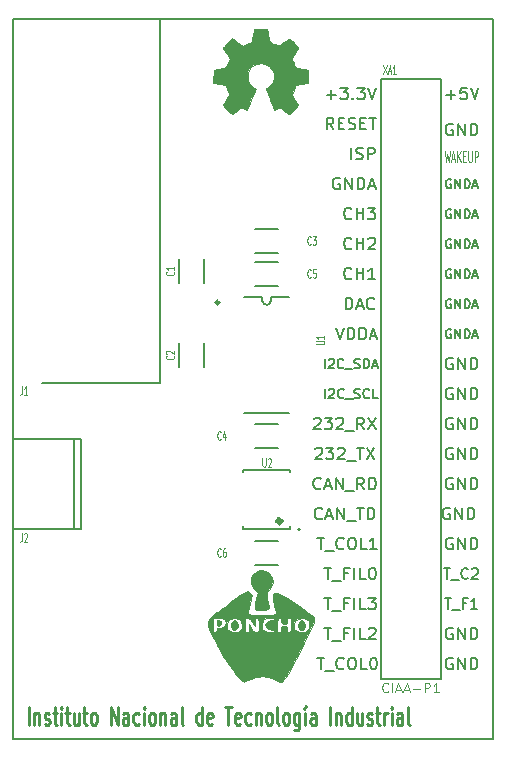
<source format=gbr>
G04 #@! TF.FileFunction,Legend,Top*
%FSLAX46Y46*%
G04 Gerber Fmt 4.6, Leading zero omitted, Abs format (unit mm)*
G04 Created by KiCad (PCBNEW (2015-09-12 BZR 6188)-product) date vie 27 nov 2015 02:47:37 ART*
%MOMM*%
G01*
G04 APERTURE LIST*
%ADD10C,0.100000*%
%ADD11C,0.250000*%
%ADD12C,0.150000*%
%ADD13C,0.203200*%
%ADD14C,0.254000*%
%ADD15C,0.127000*%
%ADD16C,0.400000*%
%ADD17C,0.002540*%
%ADD18C,0.114300*%
%ADD19C,0.200000*%
%ADD20C,0.180000*%
%ADD21C,0.190000*%
%ADD22C,0.125000*%
%ADD23C,0.120000*%
G04 APERTURE END LIST*
D10*
D11*
X103562569Y-133393571D02*
X103562569Y-131893571D01*
X104038759Y-132393571D02*
X104038759Y-133393571D01*
X104038759Y-132536429D02*
X104086378Y-132465000D01*
X104181616Y-132393571D01*
X104324474Y-132393571D01*
X104419712Y-132465000D01*
X104467331Y-132607857D01*
X104467331Y-133393571D01*
X104895902Y-133322143D02*
X104991140Y-133393571D01*
X105181616Y-133393571D01*
X105276855Y-133322143D01*
X105324474Y-133179286D01*
X105324474Y-133107857D01*
X105276855Y-132965000D01*
X105181616Y-132893571D01*
X105038759Y-132893571D01*
X104943521Y-132822143D01*
X104895902Y-132679286D01*
X104895902Y-132607857D01*
X104943521Y-132465000D01*
X105038759Y-132393571D01*
X105181616Y-132393571D01*
X105276855Y-132465000D01*
X105610188Y-132393571D02*
X105991140Y-132393571D01*
X105753045Y-131893571D02*
X105753045Y-133179286D01*
X105800664Y-133322143D01*
X105895902Y-133393571D01*
X105991140Y-133393571D01*
X106324474Y-133393571D02*
X106324474Y-132393571D01*
X106324474Y-131893571D02*
X106276855Y-131965000D01*
X106324474Y-132036429D01*
X106372093Y-131965000D01*
X106324474Y-131893571D01*
X106324474Y-132036429D01*
X106657807Y-132393571D02*
X107038759Y-132393571D01*
X106800664Y-131893571D02*
X106800664Y-133179286D01*
X106848283Y-133322143D01*
X106943521Y-133393571D01*
X107038759Y-133393571D01*
X107800665Y-132393571D02*
X107800665Y-133393571D01*
X107372093Y-132393571D02*
X107372093Y-133179286D01*
X107419712Y-133322143D01*
X107514950Y-133393571D01*
X107657808Y-133393571D01*
X107753046Y-133322143D01*
X107800665Y-133250714D01*
X108133998Y-132393571D02*
X108514950Y-132393571D01*
X108276855Y-131893571D02*
X108276855Y-133179286D01*
X108324474Y-133322143D01*
X108419712Y-133393571D01*
X108514950Y-133393571D01*
X108991141Y-133393571D02*
X108895903Y-133322143D01*
X108848284Y-133250714D01*
X108800665Y-133107857D01*
X108800665Y-132679286D01*
X108848284Y-132536429D01*
X108895903Y-132465000D01*
X108991141Y-132393571D01*
X109133999Y-132393571D01*
X109229237Y-132465000D01*
X109276856Y-132536429D01*
X109324475Y-132679286D01*
X109324475Y-133107857D01*
X109276856Y-133250714D01*
X109229237Y-133322143D01*
X109133999Y-133393571D01*
X108991141Y-133393571D01*
X110514951Y-133393571D02*
X110514951Y-131893571D01*
X111086380Y-133393571D01*
X111086380Y-131893571D01*
X111991142Y-133393571D02*
X111991142Y-132607857D01*
X111943523Y-132465000D01*
X111848285Y-132393571D01*
X111657808Y-132393571D01*
X111562570Y-132465000D01*
X111991142Y-133322143D02*
X111895904Y-133393571D01*
X111657808Y-133393571D01*
X111562570Y-133322143D01*
X111514951Y-133179286D01*
X111514951Y-133036429D01*
X111562570Y-132893571D01*
X111657808Y-132822143D01*
X111895904Y-132822143D01*
X111991142Y-132750714D01*
X112895904Y-133322143D02*
X112800666Y-133393571D01*
X112610189Y-133393571D01*
X112514951Y-133322143D01*
X112467332Y-133250714D01*
X112419713Y-133107857D01*
X112419713Y-132679286D01*
X112467332Y-132536429D01*
X112514951Y-132465000D01*
X112610189Y-132393571D01*
X112800666Y-132393571D01*
X112895904Y-132465000D01*
X113324475Y-133393571D02*
X113324475Y-132393571D01*
X113324475Y-131893571D02*
X113276856Y-131965000D01*
X113324475Y-132036429D01*
X113372094Y-131965000D01*
X113324475Y-131893571D01*
X113324475Y-132036429D01*
X113943522Y-133393571D02*
X113848284Y-133322143D01*
X113800665Y-133250714D01*
X113753046Y-133107857D01*
X113753046Y-132679286D01*
X113800665Y-132536429D01*
X113848284Y-132465000D01*
X113943522Y-132393571D01*
X114086380Y-132393571D01*
X114181618Y-132465000D01*
X114229237Y-132536429D01*
X114276856Y-132679286D01*
X114276856Y-133107857D01*
X114229237Y-133250714D01*
X114181618Y-133322143D01*
X114086380Y-133393571D01*
X113943522Y-133393571D01*
X114705427Y-132393571D02*
X114705427Y-133393571D01*
X114705427Y-132536429D02*
X114753046Y-132465000D01*
X114848284Y-132393571D01*
X114991142Y-132393571D01*
X115086380Y-132465000D01*
X115133999Y-132607857D01*
X115133999Y-133393571D01*
X116038761Y-133393571D02*
X116038761Y-132607857D01*
X115991142Y-132465000D01*
X115895904Y-132393571D01*
X115705427Y-132393571D01*
X115610189Y-132465000D01*
X116038761Y-133322143D02*
X115943523Y-133393571D01*
X115705427Y-133393571D01*
X115610189Y-133322143D01*
X115562570Y-133179286D01*
X115562570Y-133036429D01*
X115610189Y-132893571D01*
X115705427Y-132822143D01*
X115943523Y-132822143D01*
X116038761Y-132750714D01*
X116657808Y-133393571D02*
X116562570Y-133322143D01*
X116514951Y-133179286D01*
X116514951Y-131893571D01*
X118229238Y-133393571D02*
X118229238Y-131893571D01*
X118229238Y-133322143D02*
X118134000Y-133393571D01*
X117943523Y-133393571D01*
X117848285Y-133322143D01*
X117800666Y-133250714D01*
X117753047Y-133107857D01*
X117753047Y-132679286D01*
X117800666Y-132536429D01*
X117848285Y-132465000D01*
X117943523Y-132393571D01*
X118134000Y-132393571D01*
X118229238Y-132465000D01*
X119086381Y-133322143D02*
X118991143Y-133393571D01*
X118800666Y-133393571D01*
X118705428Y-133322143D01*
X118657809Y-133179286D01*
X118657809Y-132607857D01*
X118705428Y-132465000D01*
X118800666Y-132393571D01*
X118991143Y-132393571D01*
X119086381Y-132465000D01*
X119134000Y-132607857D01*
X119134000Y-132750714D01*
X118657809Y-132893571D01*
X120181619Y-131893571D02*
X120753048Y-131893571D01*
X120467333Y-133393571D02*
X120467333Y-131893571D01*
X121467334Y-133322143D02*
X121372096Y-133393571D01*
X121181619Y-133393571D01*
X121086381Y-133322143D01*
X121038762Y-133179286D01*
X121038762Y-132607857D01*
X121086381Y-132465000D01*
X121181619Y-132393571D01*
X121372096Y-132393571D01*
X121467334Y-132465000D01*
X121514953Y-132607857D01*
X121514953Y-132750714D01*
X121038762Y-132893571D01*
X122372096Y-133322143D02*
X122276858Y-133393571D01*
X122086381Y-133393571D01*
X121991143Y-133322143D01*
X121943524Y-133250714D01*
X121895905Y-133107857D01*
X121895905Y-132679286D01*
X121943524Y-132536429D01*
X121991143Y-132465000D01*
X122086381Y-132393571D01*
X122276858Y-132393571D01*
X122372096Y-132465000D01*
X122800667Y-132393571D02*
X122800667Y-133393571D01*
X122800667Y-132536429D02*
X122848286Y-132465000D01*
X122943524Y-132393571D01*
X123086382Y-132393571D01*
X123181620Y-132465000D01*
X123229239Y-132607857D01*
X123229239Y-133393571D01*
X123848286Y-133393571D02*
X123753048Y-133322143D01*
X123705429Y-133250714D01*
X123657810Y-133107857D01*
X123657810Y-132679286D01*
X123705429Y-132536429D01*
X123753048Y-132465000D01*
X123848286Y-132393571D01*
X123991144Y-132393571D01*
X124086382Y-132465000D01*
X124134001Y-132536429D01*
X124181620Y-132679286D01*
X124181620Y-133107857D01*
X124134001Y-133250714D01*
X124086382Y-133322143D01*
X123991144Y-133393571D01*
X123848286Y-133393571D01*
X124753048Y-133393571D02*
X124657810Y-133322143D01*
X124610191Y-133179286D01*
X124610191Y-131893571D01*
X125276858Y-133393571D02*
X125181620Y-133322143D01*
X125134001Y-133250714D01*
X125086382Y-133107857D01*
X125086382Y-132679286D01*
X125134001Y-132536429D01*
X125181620Y-132465000D01*
X125276858Y-132393571D01*
X125419716Y-132393571D01*
X125514954Y-132465000D01*
X125562573Y-132536429D01*
X125610192Y-132679286D01*
X125610192Y-133107857D01*
X125562573Y-133250714D01*
X125514954Y-133322143D01*
X125419716Y-133393571D01*
X125276858Y-133393571D01*
X126467335Y-132393571D02*
X126467335Y-133607857D01*
X126419716Y-133750714D01*
X126372097Y-133822143D01*
X126276858Y-133893571D01*
X126134001Y-133893571D01*
X126038763Y-133822143D01*
X126467335Y-133322143D02*
X126372097Y-133393571D01*
X126181620Y-133393571D01*
X126086382Y-133322143D01*
X126038763Y-133250714D01*
X125991144Y-133107857D01*
X125991144Y-132679286D01*
X126038763Y-132536429D01*
X126086382Y-132465000D01*
X126181620Y-132393571D01*
X126372097Y-132393571D01*
X126467335Y-132465000D01*
X126943525Y-133393571D02*
X126943525Y-132393571D01*
X127038763Y-131822143D02*
X126895906Y-132036429D01*
X127848287Y-133393571D02*
X127848287Y-132607857D01*
X127800668Y-132465000D01*
X127705430Y-132393571D01*
X127514953Y-132393571D01*
X127419715Y-132465000D01*
X127848287Y-133322143D02*
X127753049Y-133393571D01*
X127514953Y-133393571D01*
X127419715Y-133322143D01*
X127372096Y-133179286D01*
X127372096Y-133036429D01*
X127419715Y-132893571D01*
X127514953Y-132822143D01*
X127753049Y-132822143D01*
X127848287Y-132750714D01*
X129086382Y-133393571D02*
X129086382Y-131893571D01*
X129562572Y-132393571D02*
X129562572Y-133393571D01*
X129562572Y-132536429D02*
X129610191Y-132465000D01*
X129705429Y-132393571D01*
X129848287Y-132393571D01*
X129943525Y-132465000D01*
X129991144Y-132607857D01*
X129991144Y-133393571D01*
X130895906Y-133393571D02*
X130895906Y-131893571D01*
X130895906Y-133322143D02*
X130800668Y-133393571D01*
X130610191Y-133393571D01*
X130514953Y-133322143D01*
X130467334Y-133250714D01*
X130419715Y-133107857D01*
X130419715Y-132679286D01*
X130467334Y-132536429D01*
X130514953Y-132465000D01*
X130610191Y-132393571D01*
X130800668Y-132393571D01*
X130895906Y-132465000D01*
X131800668Y-132393571D02*
X131800668Y-133393571D01*
X131372096Y-132393571D02*
X131372096Y-133179286D01*
X131419715Y-133322143D01*
X131514953Y-133393571D01*
X131657811Y-133393571D01*
X131753049Y-133322143D01*
X131800668Y-133250714D01*
X132229239Y-133322143D02*
X132324477Y-133393571D01*
X132514953Y-133393571D01*
X132610192Y-133322143D01*
X132657811Y-133179286D01*
X132657811Y-133107857D01*
X132610192Y-132965000D01*
X132514953Y-132893571D01*
X132372096Y-132893571D01*
X132276858Y-132822143D01*
X132229239Y-132679286D01*
X132229239Y-132607857D01*
X132276858Y-132465000D01*
X132372096Y-132393571D01*
X132514953Y-132393571D01*
X132610192Y-132465000D01*
X132943525Y-132393571D02*
X133324477Y-132393571D01*
X133086382Y-131893571D02*
X133086382Y-133179286D01*
X133134001Y-133322143D01*
X133229239Y-133393571D01*
X133324477Y-133393571D01*
X133657811Y-133393571D02*
X133657811Y-132393571D01*
X133657811Y-132679286D02*
X133705430Y-132536429D01*
X133753049Y-132465000D01*
X133848287Y-132393571D01*
X133943526Y-132393571D01*
X134276859Y-133393571D02*
X134276859Y-132393571D01*
X134276859Y-131893571D02*
X134229240Y-131965000D01*
X134276859Y-132036429D01*
X134324478Y-131965000D01*
X134276859Y-131893571D01*
X134276859Y-132036429D01*
X135181621Y-133393571D02*
X135181621Y-132607857D01*
X135134002Y-132465000D01*
X135038764Y-132393571D01*
X134848287Y-132393571D01*
X134753049Y-132465000D01*
X135181621Y-133322143D02*
X135086383Y-133393571D01*
X134848287Y-133393571D01*
X134753049Y-133322143D01*
X134705430Y-133179286D01*
X134705430Y-133036429D01*
X134753049Y-132893571D01*
X134848287Y-132822143D01*
X135086383Y-132822143D01*
X135181621Y-132750714D01*
X135800668Y-133393571D02*
X135705430Y-133322143D01*
X135657811Y-133179286D01*
X135657811Y-131893571D01*
D12*
X102235000Y-134620000D02*
X102235000Y-73660000D01*
X142875000Y-134620000D02*
X102235000Y-134620000D01*
X142875000Y-73660000D02*
X142875000Y-134620000D01*
X102235000Y-73660000D02*
X142875000Y-73660000D01*
X133350000Y-129540000D02*
X133350000Y-78740000D01*
X138430000Y-129540000D02*
X138430000Y-78740000D01*
X138430000Y-129540000D02*
X133350000Y-129540000D01*
X138430000Y-78740000D02*
X133350000Y-78740000D01*
D13*
X123348000Y-97508000D02*
X123348000Y-97208000D01*
X124048000Y-97508000D02*
X124048000Y-97208000D01*
X123348000Y-97508000D02*
G75*
G03X124048000Y-97508000I350000J0D01*
G01*
D14*
X119689421Y-97658000D02*
G75*
G03X119689421Y-97658000I-141421J0D01*
G01*
D13*
X121798080Y-97170240D02*
X123348000Y-97170240D01*
X124048000Y-97170240D02*
X125597920Y-97170240D01*
X125597920Y-107045760D02*
X122298460Y-107045760D01*
X122298460Y-107045760D02*
X121798080Y-107045760D01*
D12*
X118373000Y-95996000D02*
X118373000Y-93996000D01*
X116323000Y-93996000D02*
X116323000Y-95996000D01*
X118373000Y-103108000D02*
X118373000Y-101108000D01*
X116323000Y-101108000D02*
X116323000Y-103108000D01*
X124698000Y-91431000D02*
X122698000Y-91431000D01*
X122698000Y-93481000D02*
X124698000Y-93481000D01*
X122698000Y-109991000D02*
X124698000Y-109991000D01*
X124698000Y-107941000D02*
X122698000Y-107941000D01*
X122698000Y-96275000D02*
X124698000Y-96275000D01*
X124698000Y-94225000D02*
X122698000Y-94225000D01*
D15*
X114710000Y-73646800D02*
X104710000Y-73646800D01*
X114710000Y-104446800D02*
X104710000Y-104446800D01*
X114710000Y-73646800D02*
X114710000Y-104446800D01*
D12*
X124698000Y-117847000D02*
X122698000Y-117847000D01*
X122698000Y-119897000D02*
X124698000Y-119897000D01*
D15*
X102210000Y-109200000D02*
X108010000Y-109200000D01*
X102210000Y-116860000D02*
X102210000Y-109200000D01*
X108010000Y-116860000D02*
X102210000Y-116860000D01*
X108010000Y-109200000D02*
X108010000Y-116860000D01*
X107410000Y-109200000D02*
X107410000Y-116860000D01*
X125698000Y-116800000D02*
X125698000Y-116600000D01*
X125698000Y-111800000D02*
X125698000Y-112000000D01*
X121698000Y-111800000D02*
X121698000Y-112000000D01*
X121698000Y-116800000D02*
X121698000Y-116600000D01*
D13*
X126553112Y-116876400D02*
G75*
G03X126553112Y-116876400I-80512J0D01*
G01*
D15*
X121698000Y-116800000D02*
X125698000Y-116800000D01*
X125698000Y-111800000D02*
X121698000Y-111800000D01*
D16*
X124950819Y-116176400D02*
G75*
G03X124950819Y-116176400I-178219J0D01*
G01*
D17*
G36*
X120766840Y-81696560D02*
X120807480Y-81676240D01*
X120901460Y-81617820D01*
X121036080Y-81528920D01*
X121193560Y-81424780D01*
X121351040Y-81315560D01*
X121480580Y-81229200D01*
X121572020Y-81170780D01*
X121610120Y-81150460D01*
X121630440Y-81155540D01*
X121706640Y-81193640D01*
X121815860Y-81249520D01*
X121879360Y-81282540D01*
X121978420Y-81325720D01*
X122029220Y-81335880D01*
X122036840Y-81320640D01*
X122074940Y-81244440D01*
X122130820Y-81112360D01*
X122207020Y-80939640D01*
X122293380Y-80736440D01*
X122387360Y-80518000D01*
X122478800Y-80294480D01*
X122567700Y-80081120D01*
X122646440Y-79890620D01*
X122709940Y-79735680D01*
X122750580Y-79626460D01*
X122765820Y-79580740D01*
X122760740Y-79570580D01*
X122709940Y-79522320D01*
X122623580Y-79456280D01*
X122433080Y-79301340D01*
X122247660Y-79067660D01*
X122133360Y-78803500D01*
X122095260Y-78508860D01*
X122128280Y-78237080D01*
X122234960Y-77975460D01*
X122417840Y-77739240D01*
X122638820Y-77563980D01*
X122897900Y-77452220D01*
X123190000Y-77416660D01*
X123469400Y-77447140D01*
X123736100Y-77553820D01*
X123972320Y-77734160D01*
X124071380Y-77848460D01*
X124208540Y-78087220D01*
X124287280Y-78343760D01*
X124294900Y-78407260D01*
X124284740Y-78689200D01*
X124200920Y-78958440D01*
X124053600Y-79199740D01*
X123847860Y-79395320D01*
X123819920Y-79415640D01*
X123725940Y-79486760D01*
X123662440Y-79535020D01*
X123611640Y-79575660D01*
X123969780Y-80436720D01*
X124025660Y-80573880D01*
X124124720Y-80810100D01*
X124211080Y-81013300D01*
X124279660Y-81173320D01*
X124327920Y-81282540D01*
X124348240Y-81325720D01*
X124350780Y-81328260D01*
X124381260Y-81333340D01*
X124447300Y-81307940D01*
X124566680Y-81249520D01*
X124647960Y-81208880D01*
X124739400Y-81165700D01*
X124780040Y-81150460D01*
X124815600Y-81168240D01*
X124901960Y-81226660D01*
X125031500Y-81310480D01*
X125183900Y-81414620D01*
X125331220Y-81516220D01*
X125465840Y-81605120D01*
X125564900Y-81666080D01*
X125613160Y-81694020D01*
X125620780Y-81694020D01*
X125661420Y-81668620D01*
X125740160Y-81605120D01*
X125857000Y-81493360D01*
X126022100Y-81330800D01*
X126047500Y-81305400D01*
X126184660Y-81165700D01*
X126296420Y-81048860D01*
X126370080Y-80967580D01*
X126395480Y-80929480D01*
X126395480Y-80929480D01*
X126372620Y-80881220D01*
X126309120Y-80784700D01*
X126220220Y-80647540D01*
X126111000Y-80487520D01*
X125826520Y-80073500D01*
X125984000Y-79682340D01*
X126032260Y-79562960D01*
X126093220Y-79418180D01*
X126136400Y-79314040D01*
X126161800Y-79268320D01*
X126202440Y-79253080D01*
X126311660Y-79227680D01*
X126466600Y-79194660D01*
X126649480Y-79161640D01*
X126827280Y-79128620D01*
X126987300Y-79098140D01*
X127101600Y-79075280D01*
X127152400Y-79065120D01*
X127165100Y-79057500D01*
X127175260Y-79032100D01*
X127182880Y-78978760D01*
X127185420Y-78882240D01*
X127187960Y-78729840D01*
X127187960Y-78508860D01*
X127187960Y-78486000D01*
X127185420Y-78275180D01*
X127182880Y-78107540D01*
X127177800Y-77998320D01*
X127170180Y-77955140D01*
X127170180Y-77955140D01*
X127119380Y-77942440D01*
X127007620Y-77919580D01*
X126847600Y-77886560D01*
X126657100Y-77851000D01*
X126646940Y-77848460D01*
X126456440Y-77812900D01*
X126298960Y-77779880D01*
X126187200Y-77754480D01*
X126141480Y-77739240D01*
X126131320Y-77726540D01*
X126093220Y-77652880D01*
X126037340Y-77536040D01*
X125976380Y-77391260D01*
X125912880Y-77243940D01*
X125859540Y-77109320D01*
X125823980Y-77010260D01*
X125813820Y-76964540D01*
X125813820Y-76964540D01*
X125841760Y-76918820D01*
X125907800Y-76819760D01*
X125999240Y-76685140D01*
X126111000Y-76522580D01*
X126118620Y-76509880D01*
X126227840Y-76349860D01*
X126316740Y-76215240D01*
X126375160Y-76118720D01*
X126395480Y-76075540D01*
X126395480Y-76073000D01*
X126359920Y-76024740D01*
X126278640Y-75935840D01*
X126161800Y-75813920D01*
X126022100Y-75671680D01*
X125976380Y-75628500D01*
X125821440Y-75476100D01*
X125714760Y-75377040D01*
X125646180Y-75323700D01*
X125613160Y-75311000D01*
X125613160Y-75313540D01*
X125564900Y-75341480D01*
X125463300Y-75407520D01*
X125326140Y-75501500D01*
X125163580Y-75610720D01*
X125153420Y-75618340D01*
X124993400Y-75727560D01*
X124861320Y-75816460D01*
X124764800Y-75879960D01*
X124724160Y-75905360D01*
X124716540Y-75905360D01*
X124653040Y-75885040D01*
X124538740Y-75846940D01*
X124399040Y-75791060D01*
X124251720Y-75732640D01*
X124117100Y-75676760D01*
X124015500Y-75628500D01*
X123967240Y-75603100D01*
X123967240Y-75600560D01*
X123949460Y-75542140D01*
X123921520Y-75422760D01*
X123888500Y-75257660D01*
X123850400Y-75062080D01*
X123845320Y-75031600D01*
X123809760Y-74841100D01*
X123779280Y-74683620D01*
X123756420Y-74574400D01*
X123743720Y-74528680D01*
X123718320Y-74523600D01*
X123624340Y-74515980D01*
X123482100Y-74513440D01*
X123309380Y-74510900D01*
X123129040Y-74513440D01*
X122953780Y-74515980D01*
X122801380Y-74521060D01*
X122694700Y-74528680D01*
X122648980Y-74538840D01*
X122646440Y-74541380D01*
X122631200Y-74599800D01*
X122605800Y-74719180D01*
X122570240Y-74884280D01*
X122532140Y-75082400D01*
X122527060Y-75115420D01*
X122491500Y-75305920D01*
X122458480Y-75460860D01*
X122435620Y-75570080D01*
X122422920Y-75610720D01*
X122407680Y-75620880D01*
X122328940Y-75653900D01*
X122201940Y-75707240D01*
X122041920Y-75770740D01*
X121676160Y-75920600D01*
X121229120Y-75610720D01*
X121185940Y-75582780D01*
X121025920Y-75473560D01*
X120891300Y-75384660D01*
X120799860Y-75326240D01*
X120761760Y-75303380D01*
X120759220Y-75305920D01*
X120713500Y-75344020D01*
X120624600Y-75427840D01*
X120502680Y-75547220D01*
X120362980Y-75686920D01*
X120258840Y-75791060D01*
X120134380Y-75918060D01*
X120055640Y-76001880D01*
X120012460Y-76057760D01*
X119997220Y-76090780D01*
X120002300Y-76111100D01*
X120030240Y-76156820D01*
X120096280Y-76255880D01*
X120187720Y-76393040D01*
X120296940Y-76550520D01*
X120388380Y-76685140D01*
X120484900Y-76835000D01*
X120548400Y-76941680D01*
X120571260Y-76995020D01*
X120566180Y-77017880D01*
X120533160Y-77104240D01*
X120479820Y-77238860D01*
X120413780Y-77396340D01*
X120256300Y-77751940D01*
X120022620Y-77795120D01*
X119882920Y-77823060D01*
X119684800Y-77861160D01*
X119496840Y-77896720D01*
X119202200Y-77955140D01*
X119192040Y-79037180D01*
X119237760Y-79057500D01*
X119280940Y-79070200D01*
X119390160Y-79093060D01*
X119545100Y-79123540D01*
X119730520Y-79159100D01*
X119885460Y-79189580D01*
X120045480Y-79217520D01*
X120157240Y-79240380D01*
X120208040Y-79250540D01*
X120220740Y-79268320D01*
X120261380Y-79344520D01*
X120317260Y-79466440D01*
X120378220Y-79613760D01*
X120441720Y-79763620D01*
X120497600Y-79903320D01*
X120538240Y-80010000D01*
X120550940Y-80065880D01*
X120530620Y-80109060D01*
X120469660Y-80200500D01*
X120383300Y-80332580D01*
X120276620Y-80490060D01*
X120167400Y-80647540D01*
X120078500Y-80782160D01*
X120015000Y-80878680D01*
X119989600Y-80921860D01*
X120002300Y-80952340D01*
X120063260Y-81028540D01*
X120182640Y-81150460D01*
X120357900Y-81325720D01*
X120388380Y-81353660D01*
X120528080Y-81488280D01*
X120647460Y-81597500D01*
X120728740Y-81671160D01*
X120766840Y-81696560D01*
X120766840Y-81696560D01*
G37*
X120766840Y-81696560D02*
X120807480Y-81676240D01*
X120901460Y-81617820D01*
X121036080Y-81528920D01*
X121193560Y-81424780D01*
X121351040Y-81315560D01*
X121480580Y-81229200D01*
X121572020Y-81170780D01*
X121610120Y-81150460D01*
X121630440Y-81155540D01*
X121706640Y-81193640D01*
X121815860Y-81249520D01*
X121879360Y-81282540D01*
X121978420Y-81325720D01*
X122029220Y-81335880D01*
X122036840Y-81320640D01*
X122074940Y-81244440D01*
X122130820Y-81112360D01*
X122207020Y-80939640D01*
X122293380Y-80736440D01*
X122387360Y-80518000D01*
X122478800Y-80294480D01*
X122567700Y-80081120D01*
X122646440Y-79890620D01*
X122709940Y-79735680D01*
X122750580Y-79626460D01*
X122765820Y-79580740D01*
X122760740Y-79570580D01*
X122709940Y-79522320D01*
X122623580Y-79456280D01*
X122433080Y-79301340D01*
X122247660Y-79067660D01*
X122133360Y-78803500D01*
X122095260Y-78508860D01*
X122128280Y-78237080D01*
X122234960Y-77975460D01*
X122417840Y-77739240D01*
X122638820Y-77563980D01*
X122897900Y-77452220D01*
X123190000Y-77416660D01*
X123469400Y-77447140D01*
X123736100Y-77553820D01*
X123972320Y-77734160D01*
X124071380Y-77848460D01*
X124208540Y-78087220D01*
X124287280Y-78343760D01*
X124294900Y-78407260D01*
X124284740Y-78689200D01*
X124200920Y-78958440D01*
X124053600Y-79199740D01*
X123847860Y-79395320D01*
X123819920Y-79415640D01*
X123725940Y-79486760D01*
X123662440Y-79535020D01*
X123611640Y-79575660D01*
X123969780Y-80436720D01*
X124025660Y-80573880D01*
X124124720Y-80810100D01*
X124211080Y-81013300D01*
X124279660Y-81173320D01*
X124327920Y-81282540D01*
X124348240Y-81325720D01*
X124350780Y-81328260D01*
X124381260Y-81333340D01*
X124447300Y-81307940D01*
X124566680Y-81249520D01*
X124647960Y-81208880D01*
X124739400Y-81165700D01*
X124780040Y-81150460D01*
X124815600Y-81168240D01*
X124901960Y-81226660D01*
X125031500Y-81310480D01*
X125183900Y-81414620D01*
X125331220Y-81516220D01*
X125465840Y-81605120D01*
X125564900Y-81666080D01*
X125613160Y-81694020D01*
X125620780Y-81694020D01*
X125661420Y-81668620D01*
X125740160Y-81605120D01*
X125857000Y-81493360D01*
X126022100Y-81330800D01*
X126047500Y-81305400D01*
X126184660Y-81165700D01*
X126296420Y-81048860D01*
X126370080Y-80967580D01*
X126395480Y-80929480D01*
X126395480Y-80929480D01*
X126372620Y-80881220D01*
X126309120Y-80784700D01*
X126220220Y-80647540D01*
X126111000Y-80487520D01*
X125826520Y-80073500D01*
X125984000Y-79682340D01*
X126032260Y-79562960D01*
X126093220Y-79418180D01*
X126136400Y-79314040D01*
X126161800Y-79268320D01*
X126202440Y-79253080D01*
X126311660Y-79227680D01*
X126466600Y-79194660D01*
X126649480Y-79161640D01*
X126827280Y-79128620D01*
X126987300Y-79098140D01*
X127101600Y-79075280D01*
X127152400Y-79065120D01*
X127165100Y-79057500D01*
X127175260Y-79032100D01*
X127182880Y-78978760D01*
X127185420Y-78882240D01*
X127187960Y-78729840D01*
X127187960Y-78508860D01*
X127187960Y-78486000D01*
X127185420Y-78275180D01*
X127182880Y-78107540D01*
X127177800Y-77998320D01*
X127170180Y-77955140D01*
X127170180Y-77955140D01*
X127119380Y-77942440D01*
X127007620Y-77919580D01*
X126847600Y-77886560D01*
X126657100Y-77851000D01*
X126646940Y-77848460D01*
X126456440Y-77812900D01*
X126298960Y-77779880D01*
X126187200Y-77754480D01*
X126141480Y-77739240D01*
X126131320Y-77726540D01*
X126093220Y-77652880D01*
X126037340Y-77536040D01*
X125976380Y-77391260D01*
X125912880Y-77243940D01*
X125859540Y-77109320D01*
X125823980Y-77010260D01*
X125813820Y-76964540D01*
X125813820Y-76964540D01*
X125841760Y-76918820D01*
X125907800Y-76819760D01*
X125999240Y-76685140D01*
X126111000Y-76522580D01*
X126118620Y-76509880D01*
X126227840Y-76349860D01*
X126316740Y-76215240D01*
X126375160Y-76118720D01*
X126395480Y-76075540D01*
X126395480Y-76073000D01*
X126359920Y-76024740D01*
X126278640Y-75935840D01*
X126161800Y-75813920D01*
X126022100Y-75671680D01*
X125976380Y-75628500D01*
X125821440Y-75476100D01*
X125714760Y-75377040D01*
X125646180Y-75323700D01*
X125613160Y-75311000D01*
X125613160Y-75313540D01*
X125564900Y-75341480D01*
X125463300Y-75407520D01*
X125326140Y-75501500D01*
X125163580Y-75610720D01*
X125153420Y-75618340D01*
X124993400Y-75727560D01*
X124861320Y-75816460D01*
X124764800Y-75879960D01*
X124724160Y-75905360D01*
X124716540Y-75905360D01*
X124653040Y-75885040D01*
X124538740Y-75846940D01*
X124399040Y-75791060D01*
X124251720Y-75732640D01*
X124117100Y-75676760D01*
X124015500Y-75628500D01*
X123967240Y-75603100D01*
X123967240Y-75600560D01*
X123949460Y-75542140D01*
X123921520Y-75422760D01*
X123888500Y-75257660D01*
X123850400Y-75062080D01*
X123845320Y-75031600D01*
X123809760Y-74841100D01*
X123779280Y-74683620D01*
X123756420Y-74574400D01*
X123743720Y-74528680D01*
X123718320Y-74523600D01*
X123624340Y-74515980D01*
X123482100Y-74513440D01*
X123309380Y-74510900D01*
X123129040Y-74513440D01*
X122953780Y-74515980D01*
X122801380Y-74521060D01*
X122694700Y-74528680D01*
X122648980Y-74538840D01*
X122646440Y-74541380D01*
X122631200Y-74599800D01*
X122605800Y-74719180D01*
X122570240Y-74884280D01*
X122532140Y-75082400D01*
X122527060Y-75115420D01*
X122491500Y-75305920D01*
X122458480Y-75460860D01*
X122435620Y-75570080D01*
X122422920Y-75610720D01*
X122407680Y-75620880D01*
X122328940Y-75653900D01*
X122201940Y-75707240D01*
X122041920Y-75770740D01*
X121676160Y-75920600D01*
X121229120Y-75610720D01*
X121185940Y-75582780D01*
X121025920Y-75473560D01*
X120891300Y-75384660D01*
X120799860Y-75326240D01*
X120761760Y-75303380D01*
X120759220Y-75305920D01*
X120713500Y-75344020D01*
X120624600Y-75427840D01*
X120502680Y-75547220D01*
X120362980Y-75686920D01*
X120258840Y-75791060D01*
X120134380Y-75918060D01*
X120055640Y-76001880D01*
X120012460Y-76057760D01*
X119997220Y-76090780D01*
X120002300Y-76111100D01*
X120030240Y-76156820D01*
X120096280Y-76255880D01*
X120187720Y-76393040D01*
X120296940Y-76550520D01*
X120388380Y-76685140D01*
X120484900Y-76835000D01*
X120548400Y-76941680D01*
X120571260Y-76995020D01*
X120566180Y-77017880D01*
X120533160Y-77104240D01*
X120479820Y-77238860D01*
X120413780Y-77396340D01*
X120256300Y-77751940D01*
X120022620Y-77795120D01*
X119882920Y-77823060D01*
X119684800Y-77861160D01*
X119496840Y-77896720D01*
X119202200Y-77955140D01*
X119192040Y-79037180D01*
X119237760Y-79057500D01*
X119280940Y-79070200D01*
X119390160Y-79093060D01*
X119545100Y-79123540D01*
X119730520Y-79159100D01*
X119885460Y-79189580D01*
X120045480Y-79217520D01*
X120157240Y-79240380D01*
X120208040Y-79250540D01*
X120220740Y-79268320D01*
X120261380Y-79344520D01*
X120317260Y-79466440D01*
X120378220Y-79613760D01*
X120441720Y-79763620D01*
X120497600Y-79903320D01*
X120538240Y-80010000D01*
X120550940Y-80065880D01*
X120530620Y-80109060D01*
X120469660Y-80200500D01*
X120383300Y-80332580D01*
X120276620Y-80490060D01*
X120167400Y-80647540D01*
X120078500Y-80782160D01*
X120015000Y-80878680D01*
X119989600Y-80921860D01*
X120002300Y-80952340D01*
X120063260Y-81028540D01*
X120182640Y-81150460D01*
X120357900Y-81325720D01*
X120388380Y-81353660D01*
X120528080Y-81488280D01*
X120647460Y-81597500D01*
X120728740Y-81671160D01*
X120766840Y-81696560D01*
D10*
G36*
X127725714Y-124467979D02*
X127688746Y-124674891D01*
X127595012Y-124959800D01*
X127470272Y-125257897D01*
X127340281Y-125504374D01*
X127313376Y-125542413D01*
X127313376Y-124971299D01*
X127248326Y-124658062D01*
X127059112Y-124450622D01*
X126754639Y-124357329D01*
X126653636Y-124352792D01*
X126319516Y-124413777D01*
X126098248Y-124591165D01*
X125998734Y-124876608D01*
X125993896Y-124971299D01*
X126058946Y-125284536D01*
X126248159Y-125491975D01*
X126552633Y-125585269D01*
X126653636Y-125589805D01*
X126987606Y-125531492D01*
X127148441Y-125424870D01*
X127282315Y-125187030D01*
X127313376Y-124971299D01*
X127313376Y-125542413D01*
X127279856Y-125589805D01*
X127203749Y-125716925D01*
X127085220Y-125956365D01*
X126943792Y-126267585D01*
X126862876Y-126455714D01*
X126611635Y-127024272D01*
X126339718Y-127591808D01*
X126059494Y-128136693D01*
X125783334Y-128637296D01*
X125746493Y-128698955D01*
X125746493Y-124971299D01*
X125742598Y-124655064D01*
X125724834Y-124469516D01*
X125684089Y-124380476D01*
X125611247Y-124353762D01*
X125581558Y-124352792D01*
X125460831Y-124391671D01*
X125418325Y-124536331D01*
X125416623Y-124600195D01*
X125396189Y-124775430D01*
X125299798Y-124840018D01*
X125169220Y-124847598D01*
X124993985Y-124827163D01*
X124929397Y-124730773D01*
X124921818Y-124600195D01*
X124895898Y-124419104D01*
X124799459Y-124355345D01*
X124756883Y-124352792D01*
X124672553Y-124367401D01*
X124623074Y-124434012D01*
X124599330Y-124586807D01*
X124592206Y-124859964D01*
X124591948Y-124971299D01*
X124595843Y-125287533D01*
X124613606Y-125473081D01*
X124654351Y-125562122D01*
X124727193Y-125588835D01*
X124756883Y-125589805D01*
X124870559Y-125557518D01*
X124916426Y-125431472D01*
X124921818Y-125301169D01*
X124935609Y-125107245D01*
X125005564Y-125027706D01*
X125169220Y-125012533D01*
X125335441Y-125028623D01*
X125403617Y-125110237D01*
X125416623Y-125301169D01*
X125435073Y-125500103D01*
X125507099Y-125580370D01*
X125581558Y-125589805D01*
X125665887Y-125575197D01*
X125715367Y-125508586D01*
X125739111Y-125355791D01*
X125746234Y-125082634D01*
X125746493Y-124971299D01*
X125746493Y-128698955D01*
X125523610Y-129071986D01*
X125292692Y-129419132D01*
X125102952Y-129657103D01*
X124971691Y-129762512D01*
X124850102Y-129749002D01*
X124628445Y-129675892D01*
X124353465Y-129558746D01*
X124344545Y-129554546D01*
X124344545Y-125456490D01*
X124300706Y-125363405D01*
X124146623Y-125361159D01*
X124128776Y-125364422D01*
X123907011Y-125338945D01*
X123713128Y-125210310D01*
X123607755Y-125023790D01*
X123602337Y-124971299D01*
X123674303Y-124776398D01*
X123848393Y-124622991D01*
X124061896Y-124558309D01*
X124139632Y-124566645D01*
X124295982Y-124579616D01*
X124344279Y-124497533D01*
X124344545Y-124485434D01*
X124304247Y-124399720D01*
X124160303Y-124359936D01*
X123973441Y-124352792D01*
X123619195Y-124407653D01*
X123388088Y-124571882D01*
X123280717Y-124844956D01*
X123272467Y-124971299D01*
X123334642Y-125283869D01*
X123520769Y-125487787D01*
X123830252Y-125582526D01*
X123973441Y-125589805D01*
X124212962Y-125575515D01*
X124324243Y-125524291D01*
X124344545Y-125456490D01*
X124344545Y-129554546D01*
X124338315Y-129551614D01*
X123782041Y-129351938D01*
X123251238Y-129302886D01*
X123025065Y-129344843D01*
X123025065Y-124971299D01*
X123021169Y-124655064D01*
X123003406Y-124469516D01*
X122962661Y-124380476D01*
X122889819Y-124353762D01*
X122860129Y-124352792D01*
X122754651Y-124378769D01*
X122706125Y-124485106D01*
X122694414Y-124703279D01*
X122693634Y-125053766D01*
X122483571Y-124703279D01*
X122315995Y-124469431D01*
X122160269Y-124365267D01*
X122072014Y-124352792D01*
X121969505Y-124361063D01*
X121909414Y-124409024D01*
X121880429Y-124531397D01*
X121871238Y-124762906D01*
X121870519Y-124971299D01*
X121874415Y-125287533D01*
X121892178Y-125473081D01*
X121932923Y-125562122D01*
X122005765Y-125588835D01*
X122035454Y-125589805D01*
X122140932Y-125563829D01*
X122189459Y-125457492D01*
X122201169Y-125239318D01*
X122201950Y-124888831D01*
X122412012Y-125239318D01*
X122579588Y-125473167D01*
X122735315Y-125577330D01*
X122823570Y-125589805D01*
X122926078Y-125581535D01*
X122986169Y-125533574D01*
X123015154Y-125411200D01*
X123024345Y-125179692D01*
X123025065Y-124971299D01*
X123025065Y-129344843D01*
X122707590Y-129403738D01*
X122406558Y-129515415D01*
X122130534Y-129630832D01*
X121904037Y-129721797D01*
X121788052Y-129764513D01*
X121671124Y-129720399D01*
X121623116Y-129679033D01*
X121623116Y-124971299D01*
X121558066Y-124658062D01*
X121368853Y-124450622D01*
X121064380Y-124357329D01*
X120963376Y-124352792D01*
X120629257Y-124413777D01*
X120407988Y-124591165D01*
X120308475Y-124876608D01*
X120303636Y-124971299D01*
X120368686Y-125284536D01*
X120557900Y-125491975D01*
X120862373Y-125585269D01*
X120963376Y-125589805D01*
X121297347Y-125531492D01*
X121458181Y-125424870D01*
X121592055Y-125187030D01*
X121623116Y-124971299D01*
X121623116Y-129679033D01*
X121472824Y-129549536D01*
X121204180Y-129261799D01*
X121128311Y-129173924D01*
X120820139Y-128802270D01*
X120557799Y-128458429D01*
X120319659Y-128108116D01*
X120221168Y-127944614D01*
X120221168Y-124765130D01*
X120182515Y-124549020D01*
X120049854Y-124419720D01*
X119798131Y-124360961D01*
X119586168Y-124352792D01*
X119149090Y-124352792D01*
X119149090Y-124971299D01*
X119152986Y-125287533D01*
X119170749Y-125473081D01*
X119211494Y-125562122D01*
X119284336Y-125588835D01*
X119314026Y-125589805D01*
X119443361Y-125541485D01*
X119478961Y-125383637D01*
X119502327Y-125241227D01*
X119605269Y-125185232D01*
X119751103Y-125177468D01*
X120029350Y-125129793D01*
X120181932Y-124980235D01*
X120221168Y-124765130D01*
X120221168Y-127944614D01*
X120084084Y-127717046D01*
X119829442Y-127250935D01*
X119534100Y-126675499D01*
X119465195Y-126538182D01*
X119262554Y-126135996D01*
X119082532Y-125783910D01*
X118939373Y-125509385D01*
X118847322Y-125339880D01*
X118823488Y-125301169D01*
X118710287Y-125033262D01*
X118719598Y-124726701D01*
X118797920Y-124532928D01*
X118978246Y-124300761D01*
X119219229Y-124067825D01*
X119460117Y-123889418D01*
X119561428Y-123837986D01*
X119674414Y-123766742D01*
X119879280Y-123613489D01*
X120142796Y-123403692D01*
X120328847Y-123249858D01*
X120711606Y-122943273D01*
X121096040Y-122660849D01*
X121454115Y-122420844D01*
X121757798Y-122241518D01*
X121979055Y-122141129D01*
X122054077Y-122126169D01*
X122197245Y-122183013D01*
X122321204Y-122287915D01*
X122391177Y-122376911D01*
X122421535Y-122473628D01*
X122410852Y-122618694D01*
X122357698Y-122852739D01*
X122292752Y-123097589D01*
X122187923Y-123480459D01*
X122126300Y-123752087D01*
X122127106Y-123931449D01*
X122209564Y-124037520D01*
X122392895Y-124089274D01*
X122696322Y-124105686D01*
X123139068Y-124105733D01*
X123313701Y-124105390D01*
X123806616Y-124101848D01*
X124153601Y-124090121D01*
X124373529Y-124068554D01*
X124485275Y-124035495D01*
X124509480Y-124000648D01*
X124488521Y-123874660D01*
X124433133Y-123637674D01*
X124354548Y-123337181D01*
X124340407Y-123285787D01*
X124233088Y-122839153D01*
X124198894Y-122525369D01*
X124238676Y-122329028D01*
X124353285Y-122234721D01*
X124398992Y-122224488D01*
X124610553Y-122255090D01*
X124929874Y-122383811D01*
X125339801Y-122601071D01*
X125823175Y-122897287D01*
X126362841Y-123262878D01*
X126715487Y-123518187D01*
X127119546Y-123822697D01*
X127404754Y-124051510D01*
X127588878Y-124221333D01*
X127689689Y-124348872D01*
X127724955Y-124450833D01*
X127725714Y-124467979D01*
X127725714Y-124467979D01*
X127725714Y-124467979D01*
G37*
X127725714Y-124467979D02*
X127688746Y-124674891D01*
X127595012Y-124959800D01*
X127470272Y-125257897D01*
X127340281Y-125504374D01*
X127313376Y-125542413D01*
X127313376Y-124971299D01*
X127248326Y-124658062D01*
X127059112Y-124450622D01*
X126754639Y-124357329D01*
X126653636Y-124352792D01*
X126319516Y-124413777D01*
X126098248Y-124591165D01*
X125998734Y-124876608D01*
X125993896Y-124971299D01*
X126058946Y-125284536D01*
X126248159Y-125491975D01*
X126552633Y-125585269D01*
X126653636Y-125589805D01*
X126987606Y-125531492D01*
X127148441Y-125424870D01*
X127282315Y-125187030D01*
X127313376Y-124971299D01*
X127313376Y-125542413D01*
X127279856Y-125589805D01*
X127203749Y-125716925D01*
X127085220Y-125956365D01*
X126943792Y-126267585D01*
X126862876Y-126455714D01*
X126611635Y-127024272D01*
X126339718Y-127591808D01*
X126059494Y-128136693D01*
X125783334Y-128637296D01*
X125746493Y-128698955D01*
X125746493Y-124971299D01*
X125742598Y-124655064D01*
X125724834Y-124469516D01*
X125684089Y-124380476D01*
X125611247Y-124353762D01*
X125581558Y-124352792D01*
X125460831Y-124391671D01*
X125418325Y-124536331D01*
X125416623Y-124600195D01*
X125396189Y-124775430D01*
X125299798Y-124840018D01*
X125169220Y-124847598D01*
X124993985Y-124827163D01*
X124929397Y-124730773D01*
X124921818Y-124600195D01*
X124895898Y-124419104D01*
X124799459Y-124355345D01*
X124756883Y-124352792D01*
X124672553Y-124367401D01*
X124623074Y-124434012D01*
X124599330Y-124586807D01*
X124592206Y-124859964D01*
X124591948Y-124971299D01*
X124595843Y-125287533D01*
X124613606Y-125473081D01*
X124654351Y-125562122D01*
X124727193Y-125588835D01*
X124756883Y-125589805D01*
X124870559Y-125557518D01*
X124916426Y-125431472D01*
X124921818Y-125301169D01*
X124935609Y-125107245D01*
X125005564Y-125027706D01*
X125169220Y-125012533D01*
X125335441Y-125028623D01*
X125403617Y-125110237D01*
X125416623Y-125301169D01*
X125435073Y-125500103D01*
X125507099Y-125580370D01*
X125581558Y-125589805D01*
X125665887Y-125575197D01*
X125715367Y-125508586D01*
X125739111Y-125355791D01*
X125746234Y-125082634D01*
X125746493Y-124971299D01*
X125746493Y-128698955D01*
X125523610Y-129071986D01*
X125292692Y-129419132D01*
X125102952Y-129657103D01*
X124971691Y-129762512D01*
X124850102Y-129749002D01*
X124628445Y-129675892D01*
X124353465Y-129558746D01*
X124344545Y-129554546D01*
X124344545Y-125456490D01*
X124300706Y-125363405D01*
X124146623Y-125361159D01*
X124128776Y-125364422D01*
X123907011Y-125338945D01*
X123713128Y-125210310D01*
X123607755Y-125023790D01*
X123602337Y-124971299D01*
X123674303Y-124776398D01*
X123848393Y-124622991D01*
X124061896Y-124558309D01*
X124139632Y-124566645D01*
X124295982Y-124579616D01*
X124344279Y-124497533D01*
X124344545Y-124485434D01*
X124304247Y-124399720D01*
X124160303Y-124359936D01*
X123973441Y-124352792D01*
X123619195Y-124407653D01*
X123388088Y-124571882D01*
X123280717Y-124844956D01*
X123272467Y-124971299D01*
X123334642Y-125283869D01*
X123520769Y-125487787D01*
X123830252Y-125582526D01*
X123973441Y-125589805D01*
X124212962Y-125575515D01*
X124324243Y-125524291D01*
X124344545Y-125456490D01*
X124344545Y-129554546D01*
X124338315Y-129551614D01*
X123782041Y-129351938D01*
X123251238Y-129302886D01*
X123025065Y-129344843D01*
X123025065Y-124971299D01*
X123021169Y-124655064D01*
X123003406Y-124469516D01*
X122962661Y-124380476D01*
X122889819Y-124353762D01*
X122860129Y-124352792D01*
X122754651Y-124378769D01*
X122706125Y-124485106D01*
X122694414Y-124703279D01*
X122693634Y-125053766D01*
X122483571Y-124703279D01*
X122315995Y-124469431D01*
X122160269Y-124365267D01*
X122072014Y-124352792D01*
X121969505Y-124361063D01*
X121909414Y-124409024D01*
X121880429Y-124531397D01*
X121871238Y-124762906D01*
X121870519Y-124971299D01*
X121874415Y-125287533D01*
X121892178Y-125473081D01*
X121932923Y-125562122D01*
X122005765Y-125588835D01*
X122035454Y-125589805D01*
X122140932Y-125563829D01*
X122189459Y-125457492D01*
X122201169Y-125239318D01*
X122201950Y-124888831D01*
X122412012Y-125239318D01*
X122579588Y-125473167D01*
X122735315Y-125577330D01*
X122823570Y-125589805D01*
X122926078Y-125581535D01*
X122986169Y-125533574D01*
X123015154Y-125411200D01*
X123024345Y-125179692D01*
X123025065Y-124971299D01*
X123025065Y-129344843D01*
X122707590Y-129403738D01*
X122406558Y-129515415D01*
X122130534Y-129630832D01*
X121904037Y-129721797D01*
X121788052Y-129764513D01*
X121671124Y-129720399D01*
X121623116Y-129679033D01*
X121623116Y-124971299D01*
X121558066Y-124658062D01*
X121368853Y-124450622D01*
X121064380Y-124357329D01*
X120963376Y-124352792D01*
X120629257Y-124413777D01*
X120407988Y-124591165D01*
X120308475Y-124876608D01*
X120303636Y-124971299D01*
X120368686Y-125284536D01*
X120557900Y-125491975D01*
X120862373Y-125585269D01*
X120963376Y-125589805D01*
X121297347Y-125531492D01*
X121458181Y-125424870D01*
X121592055Y-125187030D01*
X121623116Y-124971299D01*
X121623116Y-129679033D01*
X121472824Y-129549536D01*
X121204180Y-129261799D01*
X121128311Y-129173924D01*
X120820139Y-128802270D01*
X120557799Y-128458429D01*
X120319659Y-128108116D01*
X120221168Y-127944614D01*
X120221168Y-124765130D01*
X120182515Y-124549020D01*
X120049854Y-124419720D01*
X119798131Y-124360961D01*
X119586168Y-124352792D01*
X119149090Y-124352792D01*
X119149090Y-124971299D01*
X119152986Y-125287533D01*
X119170749Y-125473081D01*
X119211494Y-125562122D01*
X119284336Y-125588835D01*
X119314026Y-125589805D01*
X119443361Y-125541485D01*
X119478961Y-125383637D01*
X119502327Y-125241227D01*
X119605269Y-125185232D01*
X119751103Y-125177468D01*
X120029350Y-125129793D01*
X120181932Y-124980235D01*
X120221168Y-124765130D01*
X120221168Y-127944614D01*
X120084084Y-127717046D01*
X119829442Y-127250935D01*
X119534100Y-126675499D01*
X119465195Y-126538182D01*
X119262554Y-126135996D01*
X119082532Y-125783910D01*
X118939373Y-125509385D01*
X118847322Y-125339880D01*
X118823488Y-125301169D01*
X118710287Y-125033262D01*
X118719598Y-124726701D01*
X118797920Y-124532928D01*
X118978246Y-124300761D01*
X119219229Y-124067825D01*
X119460117Y-123889418D01*
X119561428Y-123837986D01*
X119674414Y-123766742D01*
X119879280Y-123613489D01*
X120142796Y-123403692D01*
X120328847Y-123249858D01*
X120711606Y-122943273D01*
X121096040Y-122660849D01*
X121454115Y-122420844D01*
X121757798Y-122241518D01*
X121979055Y-122141129D01*
X122054077Y-122126169D01*
X122197245Y-122183013D01*
X122321204Y-122287915D01*
X122391177Y-122376911D01*
X122421535Y-122473628D01*
X122410852Y-122618694D01*
X122357698Y-122852739D01*
X122292752Y-123097589D01*
X122187923Y-123480459D01*
X122126300Y-123752087D01*
X122127106Y-123931449D01*
X122209564Y-124037520D01*
X122392895Y-124089274D01*
X122696322Y-124105686D01*
X123139068Y-124105733D01*
X123313701Y-124105390D01*
X123806616Y-124101848D01*
X124153601Y-124090121D01*
X124373529Y-124068554D01*
X124485275Y-124035495D01*
X124509480Y-124000648D01*
X124488521Y-123874660D01*
X124433133Y-123637674D01*
X124354548Y-123337181D01*
X124340407Y-123285787D01*
X124233088Y-122839153D01*
X124198894Y-122525369D01*
X124238676Y-122329028D01*
X124353285Y-122234721D01*
X124398992Y-122224488D01*
X124610553Y-122255090D01*
X124929874Y-122383811D01*
X125339801Y-122601071D01*
X125823175Y-122897287D01*
X126362841Y-123262878D01*
X126715487Y-123518187D01*
X127119546Y-123822697D01*
X127404754Y-124051510D01*
X127588878Y-124221333D01*
X127689689Y-124348872D01*
X127724955Y-124450833D01*
X127725714Y-124467979D01*
X127725714Y-124467979D01*
G36*
X124213542Y-121358681D02*
X124085402Y-121705555D01*
X123869417Y-121982770D01*
X123753302Y-122112644D01*
X123698034Y-122225302D01*
X123696066Y-122374019D01*
X123739854Y-122612070D01*
X123764294Y-122724978D01*
X123848312Y-123121812D01*
X123886110Y-123385578D01*
X123865383Y-123544618D01*
X123773822Y-123627277D01*
X123599122Y-123661896D01*
X123351440Y-123675813D01*
X123066450Y-123679805D01*
X122850118Y-123666737D01*
X122753550Y-123641451D01*
X122699692Y-123476732D01*
X122723559Y-123171316D01*
X122824776Y-122729778D01*
X122829985Y-122710942D01*
X122964775Y-122226128D01*
X122701192Y-121990596D01*
X122475647Y-121692415D01*
X122381576Y-121348176D01*
X122414480Y-120998477D01*
X122569862Y-120683915D01*
X122843223Y-120445085D01*
X122874290Y-120428262D01*
X123223719Y-120331095D01*
X123570075Y-120379270D01*
X123877140Y-120556559D01*
X124108691Y-120846735D01*
X124179692Y-121013105D01*
X124213542Y-121358681D01*
X124213542Y-121358681D01*
X124213542Y-121358681D01*
G37*
X124213542Y-121358681D02*
X124085402Y-121705555D01*
X123869417Y-121982770D01*
X123753302Y-122112644D01*
X123698034Y-122225302D01*
X123696066Y-122374019D01*
X123739854Y-122612070D01*
X123764294Y-122724978D01*
X123848312Y-123121812D01*
X123886110Y-123385578D01*
X123865383Y-123544618D01*
X123773822Y-123627277D01*
X123599122Y-123661896D01*
X123351440Y-123675813D01*
X123066450Y-123679805D01*
X122850118Y-123666737D01*
X122753550Y-123641451D01*
X122699692Y-123476732D01*
X122723559Y-123171316D01*
X122824776Y-122729778D01*
X122829985Y-122710942D01*
X122964775Y-122226128D01*
X122701192Y-121990596D01*
X122475647Y-121692415D01*
X122381576Y-121348176D01*
X122414480Y-120998477D01*
X122569862Y-120683915D01*
X122843223Y-120445085D01*
X122874290Y-120428262D01*
X123223719Y-120331095D01*
X123570075Y-120379270D01*
X123877140Y-120556559D01*
X124108691Y-120846735D01*
X124179692Y-121013105D01*
X124213542Y-121358681D01*
X124213542Y-121358681D01*
G36*
X119869921Y-124773422D02*
X119808831Y-124888831D01*
X119652394Y-125007559D01*
X119533056Y-124972350D01*
X119479586Y-124793993D01*
X119478961Y-124765130D01*
X119523119Y-124571179D01*
X119636417Y-124519150D01*
X119790085Y-124619830D01*
X119808831Y-124641429D01*
X119869921Y-124773422D01*
X119869921Y-124773422D01*
X119869921Y-124773422D01*
G37*
X119869921Y-124773422D02*
X119808831Y-124888831D01*
X119652394Y-125007559D01*
X119533056Y-124972350D01*
X119479586Y-124793993D01*
X119478961Y-124765130D01*
X119523119Y-124571179D01*
X119636417Y-124519150D01*
X119790085Y-124619830D01*
X119808831Y-124641429D01*
X119869921Y-124773422D01*
X119869921Y-124773422D01*
G36*
X121278176Y-124948300D02*
X121254806Y-125088268D01*
X121183355Y-125209199D01*
X121061495Y-125360484D01*
X120964528Y-125424848D01*
X120963376Y-125424870D01*
X120867357Y-125362542D01*
X120745448Y-125212317D01*
X120743397Y-125209199D01*
X120652594Y-125038160D01*
X120663440Y-124897983D01*
X120724042Y-124776244D01*
X120846518Y-124621105D01*
X120963376Y-124558961D01*
X121083963Y-124624490D01*
X121202711Y-124776244D01*
X121278176Y-124948300D01*
X121278176Y-124948300D01*
X121278176Y-124948300D01*
G37*
X121278176Y-124948300D02*
X121254806Y-125088268D01*
X121183355Y-125209199D01*
X121061495Y-125360484D01*
X120964528Y-125424848D01*
X120963376Y-125424870D01*
X120867357Y-125362542D01*
X120745448Y-125212317D01*
X120743397Y-125209199D01*
X120652594Y-125038160D01*
X120663440Y-124897983D01*
X120724042Y-124776244D01*
X120846518Y-124621105D01*
X120963376Y-124558961D01*
X121083963Y-124624490D01*
X121202711Y-124776244D01*
X121278176Y-124948300D01*
X121278176Y-124948300D01*
G36*
X126968435Y-124948300D02*
X126945065Y-125088268D01*
X126873615Y-125209199D01*
X126751755Y-125360484D01*
X126654788Y-125424848D01*
X126653636Y-125424870D01*
X126557616Y-125362542D01*
X126435708Y-125212317D01*
X126433657Y-125209199D01*
X126342854Y-125038160D01*
X126353699Y-124897983D01*
X126414301Y-124776244D01*
X126536778Y-124621105D01*
X126653636Y-124558961D01*
X126774223Y-124624490D01*
X126892971Y-124776244D01*
X126968435Y-124948300D01*
X126968435Y-124948300D01*
X126968435Y-124948300D01*
G37*
X126968435Y-124948300D02*
X126945065Y-125088268D01*
X126873615Y-125209199D01*
X126751755Y-125360484D01*
X126654788Y-125424848D01*
X126653636Y-125424870D01*
X126557616Y-125362542D01*
X126435708Y-125212317D01*
X126433657Y-125209199D01*
X126342854Y-125038160D01*
X126353699Y-124897983D01*
X126414301Y-124776244D01*
X126536778Y-124621105D01*
X126653636Y-124558961D01*
X126774223Y-124624490D01*
X126892971Y-124776244D01*
X126968435Y-124948300D01*
X126968435Y-124948300D01*
D18*
X133545942Y-77588533D02*
X133850742Y-78299733D01*
X133850742Y-77588533D02*
X133545942Y-78299733D01*
X134003143Y-78096533D02*
X134220857Y-78096533D01*
X133959600Y-78299733D02*
X134112000Y-77588533D01*
X134264400Y-78299733D01*
X134656286Y-78299733D02*
X134395029Y-78299733D01*
X134525657Y-78299733D02*
X134525657Y-77588533D01*
X134482114Y-77690133D01*
X134438572Y-77757867D01*
X134395029Y-77791733D01*
D19*
X139446096Y-127770000D02*
X139350858Y-127722381D01*
X139208001Y-127722381D01*
X139065143Y-127770000D01*
X138969905Y-127865238D01*
X138922286Y-127960476D01*
X138874667Y-128150952D01*
X138874667Y-128293810D01*
X138922286Y-128484286D01*
X138969905Y-128579524D01*
X139065143Y-128674762D01*
X139208001Y-128722381D01*
X139303239Y-128722381D01*
X139446096Y-128674762D01*
X139493715Y-128627143D01*
X139493715Y-128293810D01*
X139303239Y-128293810D01*
X139922286Y-128722381D02*
X139922286Y-127722381D01*
X140493715Y-128722381D01*
X140493715Y-127722381D01*
X140969905Y-128722381D02*
X140969905Y-127722381D01*
X141208000Y-127722381D01*
X141350858Y-127770000D01*
X141446096Y-127865238D01*
X141493715Y-127960476D01*
X141541334Y-128150952D01*
X141541334Y-128293810D01*
X141493715Y-128484286D01*
X141446096Y-128579524D01*
X141350858Y-128674762D01*
X141208000Y-128722381D01*
X140969905Y-128722381D01*
X139446096Y-125230000D02*
X139350858Y-125182381D01*
X139208001Y-125182381D01*
X139065143Y-125230000D01*
X138969905Y-125325238D01*
X138922286Y-125420476D01*
X138874667Y-125610952D01*
X138874667Y-125753810D01*
X138922286Y-125944286D01*
X138969905Y-126039524D01*
X139065143Y-126134762D01*
X139208001Y-126182381D01*
X139303239Y-126182381D01*
X139446096Y-126134762D01*
X139493715Y-126087143D01*
X139493715Y-125753810D01*
X139303239Y-125753810D01*
X139922286Y-126182381D02*
X139922286Y-125182381D01*
X140493715Y-126182381D01*
X140493715Y-125182381D01*
X140969905Y-126182381D02*
X140969905Y-125182381D01*
X141208000Y-125182381D01*
X141350858Y-125230000D01*
X141446096Y-125325238D01*
X141493715Y-125420476D01*
X141541334Y-125610952D01*
X141541334Y-125753810D01*
X141493715Y-125944286D01*
X141446096Y-126039524D01*
X141350858Y-126134762D01*
X141208000Y-126182381D01*
X140969905Y-126182381D01*
D20*
X138793714Y-122697143D02*
X139308000Y-122697143D01*
X139050857Y-123597143D02*
X139050857Y-122697143D01*
X139393714Y-123682857D02*
X140079428Y-123682857D01*
X140593714Y-123125714D02*
X140293714Y-123125714D01*
X140293714Y-123597143D02*
X140293714Y-122697143D01*
X140722285Y-122697143D01*
X141536571Y-123597143D02*
X141022286Y-123597143D01*
X141279428Y-123597143D02*
X141279428Y-122697143D01*
X141193714Y-122825714D01*
X141108000Y-122911429D01*
X141022286Y-122954286D01*
X138729429Y-120157143D02*
X139243715Y-120157143D01*
X138986572Y-121057143D02*
X138986572Y-120157143D01*
X139329429Y-121142857D02*
X140015143Y-121142857D01*
X140743714Y-120971429D02*
X140700857Y-121014286D01*
X140572286Y-121057143D01*
X140486572Y-121057143D01*
X140358000Y-121014286D01*
X140272286Y-120928571D01*
X140229429Y-120842857D01*
X140186572Y-120671429D01*
X140186572Y-120542857D01*
X140229429Y-120371429D01*
X140272286Y-120285714D01*
X140358000Y-120200000D01*
X140486572Y-120157143D01*
X140572286Y-120157143D01*
X140700857Y-120200000D01*
X140743714Y-120242857D01*
X141086572Y-120242857D02*
X141129429Y-120200000D01*
X141215143Y-120157143D01*
X141429429Y-120157143D01*
X141515143Y-120200000D01*
X141558000Y-120242857D01*
X141600857Y-120328571D01*
X141600857Y-120414286D01*
X141558000Y-120542857D01*
X141043714Y-121057143D01*
X141600857Y-121057143D01*
D19*
X139446096Y-117610000D02*
X139350858Y-117562381D01*
X139208001Y-117562381D01*
X139065143Y-117610000D01*
X138969905Y-117705238D01*
X138922286Y-117800476D01*
X138874667Y-117990952D01*
X138874667Y-118133810D01*
X138922286Y-118324286D01*
X138969905Y-118419524D01*
X139065143Y-118514762D01*
X139208001Y-118562381D01*
X139303239Y-118562381D01*
X139446096Y-118514762D01*
X139493715Y-118467143D01*
X139493715Y-118133810D01*
X139303239Y-118133810D01*
X139922286Y-118562381D02*
X139922286Y-117562381D01*
X140493715Y-118562381D01*
X140493715Y-117562381D01*
X140969905Y-118562381D02*
X140969905Y-117562381D01*
X141208000Y-117562381D01*
X141350858Y-117610000D01*
X141446096Y-117705238D01*
X141493715Y-117800476D01*
X141541334Y-117990952D01*
X141541334Y-118133810D01*
X141493715Y-118324286D01*
X141446096Y-118419524D01*
X141350858Y-118514762D01*
X141208000Y-118562381D01*
X140969905Y-118562381D01*
X139192096Y-115070000D02*
X139096858Y-115022381D01*
X138954001Y-115022381D01*
X138811143Y-115070000D01*
X138715905Y-115165238D01*
X138668286Y-115260476D01*
X138620667Y-115450952D01*
X138620667Y-115593810D01*
X138668286Y-115784286D01*
X138715905Y-115879524D01*
X138811143Y-115974762D01*
X138954001Y-116022381D01*
X139049239Y-116022381D01*
X139192096Y-115974762D01*
X139239715Y-115927143D01*
X139239715Y-115593810D01*
X139049239Y-115593810D01*
X139668286Y-116022381D02*
X139668286Y-115022381D01*
X140239715Y-116022381D01*
X140239715Y-115022381D01*
X140715905Y-116022381D02*
X140715905Y-115022381D01*
X140954000Y-115022381D01*
X141096858Y-115070000D01*
X141192096Y-115165238D01*
X141239715Y-115260476D01*
X141287334Y-115450952D01*
X141287334Y-115593810D01*
X141239715Y-115784286D01*
X141192096Y-115879524D01*
X141096858Y-115974762D01*
X140954000Y-116022381D01*
X140715905Y-116022381D01*
X139446096Y-112530000D02*
X139350858Y-112482381D01*
X139208001Y-112482381D01*
X139065143Y-112530000D01*
X138969905Y-112625238D01*
X138922286Y-112720476D01*
X138874667Y-112910952D01*
X138874667Y-113053810D01*
X138922286Y-113244286D01*
X138969905Y-113339524D01*
X139065143Y-113434762D01*
X139208001Y-113482381D01*
X139303239Y-113482381D01*
X139446096Y-113434762D01*
X139493715Y-113387143D01*
X139493715Y-113053810D01*
X139303239Y-113053810D01*
X139922286Y-113482381D02*
X139922286Y-112482381D01*
X140493715Y-113482381D01*
X140493715Y-112482381D01*
X140969905Y-113482381D02*
X140969905Y-112482381D01*
X141208000Y-112482381D01*
X141350858Y-112530000D01*
X141446096Y-112625238D01*
X141493715Y-112720476D01*
X141541334Y-112910952D01*
X141541334Y-113053810D01*
X141493715Y-113244286D01*
X141446096Y-113339524D01*
X141350858Y-113434762D01*
X141208000Y-113482381D01*
X140969905Y-113482381D01*
X139446096Y-109990000D02*
X139350858Y-109942381D01*
X139208001Y-109942381D01*
X139065143Y-109990000D01*
X138969905Y-110085238D01*
X138922286Y-110180476D01*
X138874667Y-110370952D01*
X138874667Y-110513810D01*
X138922286Y-110704286D01*
X138969905Y-110799524D01*
X139065143Y-110894762D01*
X139208001Y-110942381D01*
X139303239Y-110942381D01*
X139446096Y-110894762D01*
X139493715Y-110847143D01*
X139493715Y-110513810D01*
X139303239Y-110513810D01*
X139922286Y-110942381D02*
X139922286Y-109942381D01*
X140493715Y-110942381D01*
X140493715Y-109942381D01*
X140969905Y-110942381D02*
X140969905Y-109942381D01*
X141208000Y-109942381D01*
X141350858Y-109990000D01*
X141446096Y-110085238D01*
X141493715Y-110180476D01*
X141541334Y-110370952D01*
X141541334Y-110513810D01*
X141493715Y-110704286D01*
X141446096Y-110799524D01*
X141350858Y-110894762D01*
X141208000Y-110942381D01*
X140969905Y-110942381D01*
X139446096Y-107450000D02*
X139350858Y-107402381D01*
X139208001Y-107402381D01*
X139065143Y-107450000D01*
X138969905Y-107545238D01*
X138922286Y-107640476D01*
X138874667Y-107830952D01*
X138874667Y-107973810D01*
X138922286Y-108164286D01*
X138969905Y-108259524D01*
X139065143Y-108354762D01*
X139208001Y-108402381D01*
X139303239Y-108402381D01*
X139446096Y-108354762D01*
X139493715Y-108307143D01*
X139493715Y-107973810D01*
X139303239Y-107973810D01*
X139922286Y-108402381D02*
X139922286Y-107402381D01*
X140493715Y-108402381D01*
X140493715Y-107402381D01*
X140969905Y-108402381D02*
X140969905Y-107402381D01*
X141208000Y-107402381D01*
X141350858Y-107450000D01*
X141446096Y-107545238D01*
X141493715Y-107640476D01*
X141541334Y-107830952D01*
X141541334Y-107973810D01*
X141493715Y-108164286D01*
X141446096Y-108259524D01*
X141350858Y-108354762D01*
X141208000Y-108402381D01*
X140969905Y-108402381D01*
X139446096Y-104910000D02*
X139350858Y-104862381D01*
X139208001Y-104862381D01*
X139065143Y-104910000D01*
X138969905Y-105005238D01*
X138922286Y-105100476D01*
X138874667Y-105290952D01*
X138874667Y-105433810D01*
X138922286Y-105624286D01*
X138969905Y-105719524D01*
X139065143Y-105814762D01*
X139208001Y-105862381D01*
X139303239Y-105862381D01*
X139446096Y-105814762D01*
X139493715Y-105767143D01*
X139493715Y-105433810D01*
X139303239Y-105433810D01*
X139922286Y-105862381D02*
X139922286Y-104862381D01*
X140493715Y-105862381D01*
X140493715Y-104862381D01*
X140969905Y-105862381D02*
X140969905Y-104862381D01*
X141208000Y-104862381D01*
X141350858Y-104910000D01*
X141446096Y-105005238D01*
X141493715Y-105100476D01*
X141541334Y-105290952D01*
X141541334Y-105433810D01*
X141493715Y-105624286D01*
X141446096Y-105719524D01*
X141350858Y-105814762D01*
X141208000Y-105862381D01*
X140969905Y-105862381D01*
X139446096Y-102370000D02*
X139350858Y-102322381D01*
X139208001Y-102322381D01*
X139065143Y-102370000D01*
X138969905Y-102465238D01*
X138922286Y-102560476D01*
X138874667Y-102750952D01*
X138874667Y-102893810D01*
X138922286Y-103084286D01*
X138969905Y-103179524D01*
X139065143Y-103274762D01*
X139208001Y-103322381D01*
X139303239Y-103322381D01*
X139446096Y-103274762D01*
X139493715Y-103227143D01*
X139493715Y-102893810D01*
X139303239Y-102893810D01*
X139922286Y-103322381D02*
X139922286Y-102322381D01*
X140493715Y-103322381D01*
X140493715Y-102322381D01*
X140969905Y-103322381D02*
X140969905Y-102322381D01*
X141208000Y-102322381D01*
X141350858Y-102370000D01*
X141446096Y-102465238D01*
X141493715Y-102560476D01*
X141541334Y-102750952D01*
X141541334Y-102893810D01*
X141493715Y-103084286D01*
X141446096Y-103179524D01*
X141350858Y-103274762D01*
X141208000Y-103322381D01*
X140969905Y-103322381D01*
D21*
X139303239Y-99950000D02*
X139230858Y-99913810D01*
X139122286Y-99913810D01*
X139013715Y-99950000D01*
X138941334Y-100022381D01*
X138905143Y-100094762D01*
X138868953Y-100239524D01*
X138868953Y-100348095D01*
X138905143Y-100492857D01*
X138941334Y-100565238D01*
X139013715Y-100637619D01*
X139122286Y-100673810D01*
X139194667Y-100673810D01*
X139303239Y-100637619D01*
X139339429Y-100601429D01*
X139339429Y-100348095D01*
X139194667Y-100348095D01*
X139665143Y-100673810D02*
X139665143Y-99913810D01*
X140099429Y-100673810D01*
X140099429Y-99913810D01*
X140461333Y-100673810D02*
X140461333Y-99913810D01*
X140642286Y-99913810D01*
X140750857Y-99950000D01*
X140823238Y-100022381D01*
X140859429Y-100094762D01*
X140895619Y-100239524D01*
X140895619Y-100348095D01*
X140859429Y-100492857D01*
X140823238Y-100565238D01*
X140750857Y-100637619D01*
X140642286Y-100673810D01*
X140461333Y-100673810D01*
X141185143Y-100456667D02*
X141547048Y-100456667D01*
X141112762Y-100673810D02*
X141366095Y-99913810D01*
X141619429Y-100673810D01*
X139303239Y-97410000D02*
X139230858Y-97373810D01*
X139122286Y-97373810D01*
X139013715Y-97410000D01*
X138941334Y-97482381D01*
X138905143Y-97554762D01*
X138868953Y-97699524D01*
X138868953Y-97808095D01*
X138905143Y-97952857D01*
X138941334Y-98025238D01*
X139013715Y-98097619D01*
X139122286Y-98133810D01*
X139194667Y-98133810D01*
X139303239Y-98097619D01*
X139339429Y-98061429D01*
X139339429Y-97808095D01*
X139194667Y-97808095D01*
X139665143Y-98133810D02*
X139665143Y-97373810D01*
X140099429Y-98133810D01*
X140099429Y-97373810D01*
X140461333Y-98133810D02*
X140461333Y-97373810D01*
X140642286Y-97373810D01*
X140750857Y-97410000D01*
X140823238Y-97482381D01*
X140859429Y-97554762D01*
X140895619Y-97699524D01*
X140895619Y-97808095D01*
X140859429Y-97952857D01*
X140823238Y-98025238D01*
X140750857Y-98097619D01*
X140642286Y-98133810D01*
X140461333Y-98133810D01*
X141185143Y-97916667D02*
X141547048Y-97916667D01*
X141112762Y-98133810D02*
X141366095Y-97373810D01*
X141619429Y-98133810D01*
X139303239Y-94870000D02*
X139230858Y-94833810D01*
X139122286Y-94833810D01*
X139013715Y-94870000D01*
X138941334Y-94942381D01*
X138905143Y-95014762D01*
X138868953Y-95159524D01*
X138868953Y-95268095D01*
X138905143Y-95412857D01*
X138941334Y-95485238D01*
X139013715Y-95557619D01*
X139122286Y-95593810D01*
X139194667Y-95593810D01*
X139303239Y-95557619D01*
X139339429Y-95521429D01*
X139339429Y-95268095D01*
X139194667Y-95268095D01*
X139665143Y-95593810D02*
X139665143Y-94833810D01*
X140099429Y-95593810D01*
X140099429Y-94833810D01*
X140461333Y-95593810D02*
X140461333Y-94833810D01*
X140642286Y-94833810D01*
X140750857Y-94870000D01*
X140823238Y-94942381D01*
X140859429Y-95014762D01*
X140895619Y-95159524D01*
X140895619Y-95268095D01*
X140859429Y-95412857D01*
X140823238Y-95485238D01*
X140750857Y-95557619D01*
X140642286Y-95593810D01*
X140461333Y-95593810D01*
X141185143Y-95376667D02*
X141547048Y-95376667D01*
X141112762Y-95593810D02*
X141366095Y-94833810D01*
X141619429Y-95593810D01*
X139303239Y-92330000D02*
X139230858Y-92293810D01*
X139122286Y-92293810D01*
X139013715Y-92330000D01*
X138941334Y-92402381D01*
X138905143Y-92474762D01*
X138868953Y-92619524D01*
X138868953Y-92728095D01*
X138905143Y-92872857D01*
X138941334Y-92945238D01*
X139013715Y-93017619D01*
X139122286Y-93053810D01*
X139194667Y-93053810D01*
X139303239Y-93017619D01*
X139339429Y-92981429D01*
X139339429Y-92728095D01*
X139194667Y-92728095D01*
X139665143Y-93053810D02*
X139665143Y-92293810D01*
X140099429Y-93053810D01*
X140099429Y-92293810D01*
X140461333Y-93053810D02*
X140461333Y-92293810D01*
X140642286Y-92293810D01*
X140750857Y-92330000D01*
X140823238Y-92402381D01*
X140859429Y-92474762D01*
X140895619Y-92619524D01*
X140895619Y-92728095D01*
X140859429Y-92872857D01*
X140823238Y-92945238D01*
X140750857Y-93017619D01*
X140642286Y-93053810D01*
X140461333Y-93053810D01*
X141185143Y-92836667D02*
X141547048Y-92836667D01*
X141112762Y-93053810D02*
X141366095Y-92293810D01*
X141619429Y-93053810D01*
X139303239Y-89790000D02*
X139230858Y-89753810D01*
X139122286Y-89753810D01*
X139013715Y-89790000D01*
X138941334Y-89862381D01*
X138905143Y-89934762D01*
X138868953Y-90079524D01*
X138868953Y-90188095D01*
X138905143Y-90332857D01*
X138941334Y-90405238D01*
X139013715Y-90477619D01*
X139122286Y-90513810D01*
X139194667Y-90513810D01*
X139303239Y-90477619D01*
X139339429Y-90441429D01*
X139339429Y-90188095D01*
X139194667Y-90188095D01*
X139665143Y-90513810D02*
X139665143Y-89753810D01*
X140099429Y-90513810D01*
X140099429Y-89753810D01*
X140461333Y-90513810D02*
X140461333Y-89753810D01*
X140642286Y-89753810D01*
X140750857Y-89790000D01*
X140823238Y-89862381D01*
X140859429Y-89934762D01*
X140895619Y-90079524D01*
X140895619Y-90188095D01*
X140859429Y-90332857D01*
X140823238Y-90405238D01*
X140750857Y-90477619D01*
X140642286Y-90513810D01*
X140461333Y-90513810D01*
X141185143Y-90296667D02*
X141547048Y-90296667D01*
X141112762Y-90513810D02*
X141366095Y-89753810D01*
X141619429Y-90513810D01*
X139303239Y-87250000D02*
X139230858Y-87213810D01*
X139122286Y-87213810D01*
X139013715Y-87250000D01*
X138941334Y-87322381D01*
X138905143Y-87394762D01*
X138868953Y-87539524D01*
X138868953Y-87648095D01*
X138905143Y-87792857D01*
X138941334Y-87865238D01*
X139013715Y-87937619D01*
X139122286Y-87973810D01*
X139194667Y-87973810D01*
X139303239Y-87937619D01*
X139339429Y-87901429D01*
X139339429Y-87648095D01*
X139194667Y-87648095D01*
X139665143Y-87973810D02*
X139665143Y-87213810D01*
X140099429Y-87973810D01*
X140099429Y-87213810D01*
X140461333Y-87973810D02*
X140461333Y-87213810D01*
X140642286Y-87213810D01*
X140750857Y-87250000D01*
X140823238Y-87322381D01*
X140859429Y-87394762D01*
X140895619Y-87539524D01*
X140895619Y-87648095D01*
X140859429Y-87792857D01*
X140823238Y-87865238D01*
X140750857Y-87937619D01*
X140642286Y-87973810D01*
X140461333Y-87973810D01*
X141185143Y-87756667D02*
X141547048Y-87756667D01*
X141112762Y-87973810D02*
X141366095Y-87213810D01*
X141619429Y-87973810D01*
D22*
X138791334Y-84796381D02*
X138910381Y-85796381D01*
X139005619Y-85082095D01*
X139100857Y-85796381D01*
X139219905Y-84796381D01*
X139386572Y-85510667D02*
X139624667Y-85510667D01*
X139338953Y-85796381D02*
X139505620Y-84796381D01*
X139672286Y-85796381D01*
X139838953Y-85796381D02*
X139838953Y-84796381D01*
X140124667Y-85796381D02*
X139910381Y-85224952D01*
X140124667Y-84796381D02*
X139838953Y-85367810D01*
X140338953Y-85272571D02*
X140505619Y-85272571D01*
X140577048Y-85796381D02*
X140338953Y-85796381D01*
X140338953Y-84796381D01*
X140577048Y-84796381D01*
X140791334Y-84796381D02*
X140791334Y-85605905D01*
X140815143Y-85701143D01*
X140838953Y-85748762D01*
X140886572Y-85796381D01*
X140981810Y-85796381D01*
X141029429Y-85748762D01*
X141053238Y-85701143D01*
X141077048Y-85605905D01*
X141077048Y-84796381D01*
X141315144Y-85796381D02*
X141315144Y-84796381D01*
X141505620Y-84796381D01*
X141553239Y-84844000D01*
X141577048Y-84891619D01*
X141600858Y-84986857D01*
X141600858Y-85129714D01*
X141577048Y-85224952D01*
X141553239Y-85272571D01*
X141505620Y-85320190D01*
X141315144Y-85320190D01*
D19*
X139446096Y-82558000D02*
X139350858Y-82510381D01*
X139208001Y-82510381D01*
X139065143Y-82558000D01*
X138969905Y-82653238D01*
X138922286Y-82748476D01*
X138874667Y-82938952D01*
X138874667Y-83081810D01*
X138922286Y-83272286D01*
X138969905Y-83367524D01*
X139065143Y-83462762D01*
X139208001Y-83510381D01*
X139303239Y-83510381D01*
X139446096Y-83462762D01*
X139493715Y-83415143D01*
X139493715Y-83081810D01*
X139303239Y-83081810D01*
X139922286Y-83510381D02*
X139922286Y-82510381D01*
X140493715Y-83510381D01*
X140493715Y-82510381D01*
X140969905Y-83510381D02*
X140969905Y-82510381D01*
X141208000Y-82510381D01*
X141350858Y-82558000D01*
X141446096Y-82653238D01*
X141493715Y-82748476D01*
X141541334Y-82938952D01*
X141541334Y-83081810D01*
X141493715Y-83272286D01*
X141446096Y-83367524D01*
X141350858Y-83462762D01*
X141208000Y-83510381D01*
X140969905Y-83510381D01*
X138922286Y-80081429D02*
X139684191Y-80081429D01*
X139303239Y-80462381D02*
X139303239Y-79700476D01*
X140636572Y-79462381D02*
X140160381Y-79462381D01*
X140112762Y-79938571D01*
X140160381Y-79890952D01*
X140255619Y-79843333D01*
X140493715Y-79843333D01*
X140588953Y-79890952D01*
X140636572Y-79938571D01*
X140684191Y-80033810D01*
X140684191Y-80271905D01*
X140636572Y-80367143D01*
X140588953Y-80414762D01*
X140493715Y-80462381D01*
X140255619Y-80462381D01*
X140160381Y-80414762D01*
X140112762Y-80367143D01*
X140969905Y-79462381D02*
X141303238Y-80462381D01*
X141636572Y-79462381D01*
X127984571Y-127722381D02*
X128556000Y-127722381D01*
X128270285Y-128722381D02*
X128270285Y-127722381D01*
X128651238Y-128817619D02*
X129413143Y-128817619D01*
X130222667Y-128627143D02*
X130175048Y-128674762D01*
X130032191Y-128722381D01*
X129936953Y-128722381D01*
X129794095Y-128674762D01*
X129698857Y-128579524D01*
X129651238Y-128484286D01*
X129603619Y-128293810D01*
X129603619Y-128150952D01*
X129651238Y-127960476D01*
X129698857Y-127865238D01*
X129794095Y-127770000D01*
X129936953Y-127722381D01*
X130032191Y-127722381D01*
X130175048Y-127770000D01*
X130222667Y-127817619D01*
X130841714Y-127722381D02*
X131032191Y-127722381D01*
X131127429Y-127770000D01*
X131222667Y-127865238D01*
X131270286Y-128055714D01*
X131270286Y-128389048D01*
X131222667Y-128579524D01*
X131127429Y-128674762D01*
X131032191Y-128722381D01*
X130841714Y-128722381D01*
X130746476Y-128674762D01*
X130651238Y-128579524D01*
X130603619Y-128389048D01*
X130603619Y-128055714D01*
X130651238Y-127865238D01*
X130746476Y-127770000D01*
X130841714Y-127722381D01*
X132175048Y-128722381D02*
X131698857Y-128722381D01*
X131698857Y-127722381D01*
X132698857Y-127722381D02*
X132794096Y-127722381D01*
X132889334Y-127770000D01*
X132936953Y-127817619D01*
X132984572Y-127912857D01*
X133032191Y-128103333D01*
X133032191Y-128341429D01*
X132984572Y-128531905D01*
X132936953Y-128627143D01*
X132889334Y-128674762D01*
X132794096Y-128722381D01*
X132698857Y-128722381D01*
X132603619Y-128674762D01*
X132556000Y-128627143D01*
X132508381Y-128531905D01*
X132460762Y-128341429D01*
X132460762Y-128103333D01*
X132508381Y-127912857D01*
X132556000Y-127817619D01*
X132603619Y-127770000D01*
X132698857Y-127722381D01*
X128595714Y-125182381D02*
X129167143Y-125182381D01*
X128881428Y-126182381D02*
X128881428Y-125182381D01*
X129262381Y-126277619D02*
X130024286Y-126277619D01*
X130595715Y-125658571D02*
X130262381Y-125658571D01*
X130262381Y-126182381D02*
X130262381Y-125182381D01*
X130738572Y-125182381D01*
X131119524Y-126182381D02*
X131119524Y-125182381D01*
X132071905Y-126182381D02*
X131595714Y-126182381D01*
X131595714Y-125182381D01*
X132357619Y-125277619D02*
X132405238Y-125230000D01*
X132500476Y-125182381D01*
X132738572Y-125182381D01*
X132833810Y-125230000D01*
X132881429Y-125277619D01*
X132929048Y-125372857D01*
X132929048Y-125468095D01*
X132881429Y-125610952D01*
X132310000Y-126182381D01*
X132929048Y-126182381D01*
X128595714Y-122642381D02*
X129167143Y-122642381D01*
X128881428Y-123642381D02*
X128881428Y-122642381D01*
X129262381Y-123737619D02*
X130024286Y-123737619D01*
X130595715Y-123118571D02*
X130262381Y-123118571D01*
X130262381Y-123642381D02*
X130262381Y-122642381D01*
X130738572Y-122642381D01*
X131119524Y-123642381D02*
X131119524Y-122642381D01*
X132071905Y-123642381D02*
X131595714Y-123642381D01*
X131595714Y-122642381D01*
X132310000Y-122642381D02*
X132929048Y-122642381D01*
X132595714Y-123023333D01*
X132738572Y-123023333D01*
X132833810Y-123070952D01*
X132881429Y-123118571D01*
X132929048Y-123213810D01*
X132929048Y-123451905D01*
X132881429Y-123547143D01*
X132833810Y-123594762D01*
X132738572Y-123642381D01*
X132452857Y-123642381D01*
X132357619Y-123594762D01*
X132310000Y-123547143D01*
X128595714Y-120102381D02*
X129167143Y-120102381D01*
X128881428Y-121102381D02*
X128881428Y-120102381D01*
X129262381Y-121197619D02*
X130024286Y-121197619D01*
X130595715Y-120578571D02*
X130262381Y-120578571D01*
X130262381Y-121102381D02*
X130262381Y-120102381D01*
X130738572Y-120102381D01*
X131119524Y-121102381D02*
X131119524Y-120102381D01*
X132071905Y-121102381D02*
X131595714Y-121102381D01*
X131595714Y-120102381D01*
X132595714Y-120102381D02*
X132690953Y-120102381D01*
X132786191Y-120150000D01*
X132833810Y-120197619D01*
X132881429Y-120292857D01*
X132929048Y-120483333D01*
X132929048Y-120721429D01*
X132881429Y-120911905D01*
X132833810Y-121007143D01*
X132786191Y-121054762D01*
X132690953Y-121102381D01*
X132595714Y-121102381D01*
X132500476Y-121054762D01*
X132452857Y-121007143D01*
X132405238Y-120911905D01*
X132357619Y-120721429D01*
X132357619Y-120483333D01*
X132405238Y-120292857D01*
X132452857Y-120197619D01*
X132500476Y-120150000D01*
X132595714Y-120102381D01*
X127984571Y-117562381D02*
X128556000Y-117562381D01*
X128270285Y-118562381D02*
X128270285Y-117562381D01*
X128651238Y-118657619D02*
X129413143Y-118657619D01*
X130222667Y-118467143D02*
X130175048Y-118514762D01*
X130032191Y-118562381D01*
X129936953Y-118562381D01*
X129794095Y-118514762D01*
X129698857Y-118419524D01*
X129651238Y-118324286D01*
X129603619Y-118133810D01*
X129603619Y-117990952D01*
X129651238Y-117800476D01*
X129698857Y-117705238D01*
X129794095Y-117610000D01*
X129936953Y-117562381D01*
X130032191Y-117562381D01*
X130175048Y-117610000D01*
X130222667Y-117657619D01*
X130841714Y-117562381D02*
X131032191Y-117562381D01*
X131127429Y-117610000D01*
X131222667Y-117705238D01*
X131270286Y-117895714D01*
X131270286Y-118229048D01*
X131222667Y-118419524D01*
X131127429Y-118514762D01*
X131032191Y-118562381D01*
X130841714Y-118562381D01*
X130746476Y-118514762D01*
X130651238Y-118419524D01*
X130603619Y-118229048D01*
X130603619Y-117895714D01*
X130651238Y-117705238D01*
X130746476Y-117610000D01*
X130841714Y-117562381D01*
X132175048Y-118562381D02*
X131698857Y-118562381D01*
X131698857Y-117562381D01*
X133032191Y-118562381D02*
X132460762Y-118562381D01*
X132746476Y-118562381D02*
X132746476Y-117562381D01*
X132651238Y-117705238D01*
X132556000Y-117800476D01*
X132460762Y-117848095D01*
X128397238Y-115927143D02*
X128349619Y-115974762D01*
X128206762Y-116022381D01*
X128111524Y-116022381D01*
X127968666Y-115974762D01*
X127873428Y-115879524D01*
X127825809Y-115784286D01*
X127778190Y-115593810D01*
X127778190Y-115450952D01*
X127825809Y-115260476D01*
X127873428Y-115165238D01*
X127968666Y-115070000D01*
X128111524Y-115022381D01*
X128206762Y-115022381D01*
X128349619Y-115070000D01*
X128397238Y-115117619D01*
X128778190Y-115736667D02*
X129254381Y-115736667D01*
X128682952Y-116022381D02*
X129016285Y-115022381D01*
X129349619Y-116022381D01*
X129682952Y-116022381D02*
X129682952Y-115022381D01*
X130254381Y-116022381D01*
X130254381Y-115022381D01*
X130492476Y-116117619D02*
X131254381Y-116117619D01*
X131349619Y-115022381D02*
X131921048Y-115022381D01*
X131635333Y-116022381D02*
X131635333Y-115022381D01*
X132254381Y-116022381D02*
X132254381Y-115022381D01*
X132492476Y-115022381D01*
X132635334Y-115070000D01*
X132730572Y-115165238D01*
X132778191Y-115260476D01*
X132825810Y-115450952D01*
X132825810Y-115593810D01*
X132778191Y-115784286D01*
X132730572Y-115879524D01*
X132635334Y-115974762D01*
X132492476Y-116022381D01*
X132254381Y-116022381D01*
X128278191Y-113387143D02*
X128230572Y-113434762D01*
X128087715Y-113482381D01*
X127992477Y-113482381D01*
X127849619Y-113434762D01*
X127754381Y-113339524D01*
X127706762Y-113244286D01*
X127659143Y-113053810D01*
X127659143Y-112910952D01*
X127706762Y-112720476D01*
X127754381Y-112625238D01*
X127849619Y-112530000D01*
X127992477Y-112482381D01*
X128087715Y-112482381D01*
X128230572Y-112530000D01*
X128278191Y-112577619D01*
X128659143Y-113196667D02*
X129135334Y-113196667D01*
X128563905Y-113482381D02*
X128897238Y-112482381D01*
X129230572Y-113482381D01*
X129563905Y-113482381D02*
X129563905Y-112482381D01*
X130135334Y-113482381D01*
X130135334Y-112482381D01*
X130373429Y-113577619D02*
X131135334Y-113577619D01*
X131944858Y-113482381D02*
X131611524Y-113006190D01*
X131373429Y-113482381D02*
X131373429Y-112482381D01*
X131754382Y-112482381D01*
X131849620Y-112530000D01*
X131897239Y-112577619D01*
X131944858Y-112672857D01*
X131944858Y-112815714D01*
X131897239Y-112910952D01*
X131849620Y-112958571D01*
X131754382Y-113006190D01*
X131373429Y-113006190D01*
X132373429Y-113482381D02*
X132373429Y-112482381D01*
X132611524Y-112482381D01*
X132754382Y-112530000D01*
X132849620Y-112625238D01*
X132897239Y-112720476D01*
X132944858Y-112910952D01*
X132944858Y-113053810D01*
X132897239Y-113244286D01*
X132849620Y-113339524D01*
X132754382Y-113434762D01*
X132611524Y-113482381D01*
X132373429Y-113482381D01*
X127825809Y-110037619D02*
X127873428Y-109990000D01*
X127968666Y-109942381D01*
X128206762Y-109942381D01*
X128302000Y-109990000D01*
X128349619Y-110037619D01*
X128397238Y-110132857D01*
X128397238Y-110228095D01*
X128349619Y-110370952D01*
X127778190Y-110942381D01*
X128397238Y-110942381D01*
X128730571Y-109942381D02*
X129349619Y-109942381D01*
X129016285Y-110323333D01*
X129159143Y-110323333D01*
X129254381Y-110370952D01*
X129302000Y-110418571D01*
X129349619Y-110513810D01*
X129349619Y-110751905D01*
X129302000Y-110847143D01*
X129254381Y-110894762D01*
X129159143Y-110942381D01*
X128873428Y-110942381D01*
X128778190Y-110894762D01*
X128730571Y-110847143D01*
X129730571Y-110037619D02*
X129778190Y-109990000D01*
X129873428Y-109942381D01*
X130111524Y-109942381D01*
X130206762Y-109990000D01*
X130254381Y-110037619D01*
X130302000Y-110132857D01*
X130302000Y-110228095D01*
X130254381Y-110370952D01*
X129682952Y-110942381D01*
X130302000Y-110942381D01*
X130492476Y-111037619D02*
X131254381Y-111037619D01*
X131349619Y-109942381D02*
X131921048Y-109942381D01*
X131635333Y-110942381D02*
X131635333Y-109942381D01*
X132159143Y-109942381D02*
X132825810Y-110942381D01*
X132825810Y-109942381D02*
X132159143Y-110942381D01*
X127706762Y-107497619D02*
X127754381Y-107450000D01*
X127849619Y-107402381D01*
X128087715Y-107402381D01*
X128182953Y-107450000D01*
X128230572Y-107497619D01*
X128278191Y-107592857D01*
X128278191Y-107688095D01*
X128230572Y-107830952D01*
X127659143Y-108402381D01*
X128278191Y-108402381D01*
X128611524Y-107402381D02*
X129230572Y-107402381D01*
X128897238Y-107783333D01*
X129040096Y-107783333D01*
X129135334Y-107830952D01*
X129182953Y-107878571D01*
X129230572Y-107973810D01*
X129230572Y-108211905D01*
X129182953Y-108307143D01*
X129135334Y-108354762D01*
X129040096Y-108402381D01*
X128754381Y-108402381D01*
X128659143Y-108354762D01*
X128611524Y-108307143D01*
X129611524Y-107497619D02*
X129659143Y-107450000D01*
X129754381Y-107402381D01*
X129992477Y-107402381D01*
X130087715Y-107450000D01*
X130135334Y-107497619D01*
X130182953Y-107592857D01*
X130182953Y-107688095D01*
X130135334Y-107830952D01*
X129563905Y-108402381D01*
X130182953Y-108402381D01*
X130373429Y-108497619D02*
X131135334Y-108497619D01*
X131944858Y-108402381D02*
X131611524Y-107926190D01*
X131373429Y-108402381D02*
X131373429Y-107402381D01*
X131754382Y-107402381D01*
X131849620Y-107450000D01*
X131897239Y-107497619D01*
X131944858Y-107592857D01*
X131944858Y-107735714D01*
X131897239Y-107830952D01*
X131849620Y-107878571D01*
X131754382Y-107926190D01*
X131373429Y-107926190D01*
X132278191Y-107402381D02*
X132944858Y-108402381D01*
X132944858Y-107402381D02*
X132278191Y-108402381D01*
X128619524Y-105771905D02*
X128619524Y-104971905D01*
X128962381Y-105048095D02*
X129000476Y-105010000D01*
X129076667Y-104971905D01*
X129267143Y-104971905D01*
X129343333Y-105010000D01*
X129381429Y-105048095D01*
X129419524Y-105124286D01*
X129419524Y-105200476D01*
X129381429Y-105314762D01*
X128924286Y-105771905D01*
X129419524Y-105771905D01*
X130219524Y-105695714D02*
X130181429Y-105733810D01*
X130067143Y-105771905D01*
X129990953Y-105771905D01*
X129876667Y-105733810D01*
X129800476Y-105657619D01*
X129762381Y-105581429D01*
X129724286Y-105429048D01*
X129724286Y-105314762D01*
X129762381Y-105162381D01*
X129800476Y-105086190D01*
X129876667Y-105010000D01*
X129990953Y-104971905D01*
X130067143Y-104971905D01*
X130181429Y-105010000D01*
X130219524Y-105048095D01*
X130371905Y-105848095D02*
X130981429Y-105848095D01*
X131133810Y-105733810D02*
X131248096Y-105771905D01*
X131438572Y-105771905D01*
X131514762Y-105733810D01*
X131552858Y-105695714D01*
X131590953Y-105619524D01*
X131590953Y-105543333D01*
X131552858Y-105467143D01*
X131514762Y-105429048D01*
X131438572Y-105390952D01*
X131286191Y-105352857D01*
X131210000Y-105314762D01*
X131171905Y-105276667D01*
X131133810Y-105200476D01*
X131133810Y-105124286D01*
X131171905Y-105048095D01*
X131210000Y-105010000D01*
X131286191Y-104971905D01*
X131476667Y-104971905D01*
X131590953Y-105010000D01*
X132390953Y-105695714D02*
X132352858Y-105733810D01*
X132238572Y-105771905D01*
X132162382Y-105771905D01*
X132048096Y-105733810D01*
X131971905Y-105657619D01*
X131933810Y-105581429D01*
X131895715Y-105429048D01*
X131895715Y-105314762D01*
X131933810Y-105162381D01*
X131971905Y-105086190D01*
X132048096Y-105010000D01*
X132162382Y-104971905D01*
X132238572Y-104971905D01*
X132352858Y-105010000D01*
X132390953Y-105048095D01*
X133114763Y-105771905D02*
X132733810Y-105771905D01*
X132733810Y-104971905D01*
X128600476Y-103231905D02*
X128600476Y-102431905D01*
X128943333Y-102508095D02*
X128981428Y-102470000D01*
X129057619Y-102431905D01*
X129248095Y-102431905D01*
X129324285Y-102470000D01*
X129362381Y-102508095D01*
X129400476Y-102584286D01*
X129400476Y-102660476D01*
X129362381Y-102774762D01*
X128905238Y-103231905D01*
X129400476Y-103231905D01*
X130200476Y-103155714D02*
X130162381Y-103193810D01*
X130048095Y-103231905D01*
X129971905Y-103231905D01*
X129857619Y-103193810D01*
X129781428Y-103117619D01*
X129743333Y-103041429D01*
X129705238Y-102889048D01*
X129705238Y-102774762D01*
X129743333Y-102622381D01*
X129781428Y-102546190D01*
X129857619Y-102470000D01*
X129971905Y-102431905D01*
X130048095Y-102431905D01*
X130162381Y-102470000D01*
X130200476Y-102508095D01*
X130352857Y-103308095D02*
X130962381Y-103308095D01*
X131114762Y-103193810D02*
X131229048Y-103231905D01*
X131419524Y-103231905D01*
X131495714Y-103193810D01*
X131533810Y-103155714D01*
X131571905Y-103079524D01*
X131571905Y-103003333D01*
X131533810Y-102927143D01*
X131495714Y-102889048D01*
X131419524Y-102850952D01*
X131267143Y-102812857D01*
X131190952Y-102774762D01*
X131152857Y-102736667D01*
X131114762Y-102660476D01*
X131114762Y-102584286D01*
X131152857Y-102508095D01*
X131190952Y-102470000D01*
X131267143Y-102431905D01*
X131457619Y-102431905D01*
X131571905Y-102470000D01*
X131914762Y-103231905D02*
X131914762Y-102431905D01*
X132105238Y-102431905D01*
X132219524Y-102470000D01*
X132295715Y-102546190D01*
X132333810Y-102622381D01*
X132371905Y-102774762D01*
X132371905Y-102889048D01*
X132333810Y-103041429D01*
X132295715Y-103117619D01*
X132219524Y-103193810D01*
X132105238Y-103231905D01*
X131914762Y-103231905D01*
X132676667Y-103003333D02*
X133057619Y-103003333D01*
X132600476Y-103231905D02*
X132867143Y-102431905D01*
X133133810Y-103231905D01*
X129556095Y-99782381D02*
X129889428Y-100782381D01*
X130222762Y-99782381D01*
X130556095Y-100782381D02*
X130556095Y-99782381D01*
X130794190Y-99782381D01*
X130937048Y-99830000D01*
X131032286Y-99925238D01*
X131079905Y-100020476D01*
X131127524Y-100210952D01*
X131127524Y-100353810D01*
X131079905Y-100544286D01*
X131032286Y-100639524D01*
X130937048Y-100734762D01*
X130794190Y-100782381D01*
X130556095Y-100782381D01*
X131556095Y-100782381D02*
X131556095Y-99782381D01*
X131794190Y-99782381D01*
X131937048Y-99830000D01*
X132032286Y-99925238D01*
X132079905Y-100020476D01*
X132127524Y-100210952D01*
X132127524Y-100353810D01*
X132079905Y-100544286D01*
X132032286Y-100639524D01*
X131937048Y-100734762D01*
X131794190Y-100782381D01*
X131556095Y-100782381D01*
X132508476Y-100496667D02*
X132984667Y-100496667D01*
X132413238Y-100782381D02*
X132746571Y-99782381D01*
X133079905Y-100782381D01*
X130381524Y-98242381D02*
X130381524Y-97242381D01*
X130619619Y-97242381D01*
X130762477Y-97290000D01*
X130857715Y-97385238D01*
X130905334Y-97480476D01*
X130952953Y-97670952D01*
X130952953Y-97813810D01*
X130905334Y-98004286D01*
X130857715Y-98099524D01*
X130762477Y-98194762D01*
X130619619Y-98242381D01*
X130381524Y-98242381D01*
X131333905Y-97956667D02*
X131810096Y-97956667D01*
X131238667Y-98242381D02*
X131572000Y-97242381D01*
X131905334Y-98242381D01*
X132810096Y-98147143D02*
X132762477Y-98194762D01*
X132619620Y-98242381D01*
X132524382Y-98242381D01*
X132381524Y-98194762D01*
X132286286Y-98099524D01*
X132238667Y-98004286D01*
X132191048Y-97813810D01*
X132191048Y-97670952D01*
X132238667Y-97480476D01*
X132286286Y-97385238D01*
X132381524Y-97290000D01*
X132524382Y-97242381D01*
X132619620Y-97242381D01*
X132762477Y-97290000D01*
X132810096Y-97337619D01*
X130881524Y-95607143D02*
X130833905Y-95654762D01*
X130691048Y-95702381D01*
X130595810Y-95702381D01*
X130452952Y-95654762D01*
X130357714Y-95559524D01*
X130310095Y-95464286D01*
X130262476Y-95273810D01*
X130262476Y-95130952D01*
X130310095Y-94940476D01*
X130357714Y-94845238D01*
X130452952Y-94750000D01*
X130595810Y-94702381D01*
X130691048Y-94702381D01*
X130833905Y-94750000D01*
X130881524Y-94797619D01*
X131310095Y-95702381D02*
X131310095Y-94702381D01*
X131310095Y-95178571D02*
X131881524Y-95178571D01*
X131881524Y-95702381D02*
X131881524Y-94702381D01*
X132881524Y-95702381D02*
X132310095Y-95702381D01*
X132595809Y-95702381D02*
X132595809Y-94702381D01*
X132500571Y-94845238D01*
X132405333Y-94940476D01*
X132310095Y-94988095D01*
X130881524Y-93067143D02*
X130833905Y-93114762D01*
X130691048Y-93162381D01*
X130595810Y-93162381D01*
X130452952Y-93114762D01*
X130357714Y-93019524D01*
X130310095Y-92924286D01*
X130262476Y-92733810D01*
X130262476Y-92590952D01*
X130310095Y-92400476D01*
X130357714Y-92305238D01*
X130452952Y-92210000D01*
X130595810Y-92162381D01*
X130691048Y-92162381D01*
X130833905Y-92210000D01*
X130881524Y-92257619D01*
X131310095Y-93162381D02*
X131310095Y-92162381D01*
X131310095Y-92638571D02*
X131881524Y-92638571D01*
X131881524Y-93162381D02*
X131881524Y-92162381D01*
X132310095Y-92257619D02*
X132357714Y-92210000D01*
X132452952Y-92162381D01*
X132691048Y-92162381D01*
X132786286Y-92210000D01*
X132833905Y-92257619D01*
X132881524Y-92352857D01*
X132881524Y-92448095D01*
X132833905Y-92590952D01*
X132262476Y-93162381D01*
X132881524Y-93162381D01*
X130881524Y-90527143D02*
X130833905Y-90574762D01*
X130691048Y-90622381D01*
X130595810Y-90622381D01*
X130452952Y-90574762D01*
X130357714Y-90479524D01*
X130310095Y-90384286D01*
X130262476Y-90193810D01*
X130262476Y-90050952D01*
X130310095Y-89860476D01*
X130357714Y-89765238D01*
X130452952Y-89670000D01*
X130595810Y-89622381D01*
X130691048Y-89622381D01*
X130833905Y-89670000D01*
X130881524Y-89717619D01*
X131310095Y-90622381D02*
X131310095Y-89622381D01*
X131310095Y-90098571D02*
X131881524Y-90098571D01*
X131881524Y-90622381D02*
X131881524Y-89622381D01*
X132262476Y-89622381D02*
X132881524Y-89622381D01*
X132548190Y-90003333D01*
X132691048Y-90003333D01*
X132786286Y-90050952D01*
X132833905Y-90098571D01*
X132881524Y-90193810D01*
X132881524Y-90431905D01*
X132833905Y-90527143D01*
X132786286Y-90574762D01*
X132691048Y-90622381D01*
X132405333Y-90622381D01*
X132310095Y-90574762D01*
X132262476Y-90527143D01*
X129873524Y-87130000D02*
X129778286Y-87082381D01*
X129635429Y-87082381D01*
X129492571Y-87130000D01*
X129397333Y-87225238D01*
X129349714Y-87320476D01*
X129302095Y-87510952D01*
X129302095Y-87653810D01*
X129349714Y-87844286D01*
X129397333Y-87939524D01*
X129492571Y-88034762D01*
X129635429Y-88082381D01*
X129730667Y-88082381D01*
X129873524Y-88034762D01*
X129921143Y-87987143D01*
X129921143Y-87653810D01*
X129730667Y-87653810D01*
X130349714Y-88082381D02*
X130349714Y-87082381D01*
X130921143Y-88082381D01*
X130921143Y-87082381D01*
X131397333Y-88082381D02*
X131397333Y-87082381D01*
X131635428Y-87082381D01*
X131778286Y-87130000D01*
X131873524Y-87225238D01*
X131921143Y-87320476D01*
X131968762Y-87510952D01*
X131968762Y-87653810D01*
X131921143Y-87844286D01*
X131873524Y-87939524D01*
X131778286Y-88034762D01*
X131635428Y-88082381D01*
X131397333Y-88082381D01*
X132349714Y-87796667D02*
X132825905Y-87796667D01*
X132254476Y-88082381D02*
X132587809Y-87082381D01*
X132921143Y-88082381D01*
X130849810Y-85542381D02*
X130849810Y-84542381D01*
X131278381Y-85494762D02*
X131421238Y-85542381D01*
X131659334Y-85542381D01*
X131754572Y-85494762D01*
X131802191Y-85447143D01*
X131849810Y-85351905D01*
X131849810Y-85256667D01*
X131802191Y-85161429D01*
X131754572Y-85113810D01*
X131659334Y-85066190D01*
X131468857Y-85018571D01*
X131373619Y-84970952D01*
X131326000Y-84923333D01*
X131278381Y-84828095D01*
X131278381Y-84732857D01*
X131326000Y-84637619D01*
X131373619Y-84590000D01*
X131468857Y-84542381D01*
X131706953Y-84542381D01*
X131849810Y-84590000D01*
X132278381Y-85542381D02*
X132278381Y-84542381D01*
X132659334Y-84542381D01*
X132754572Y-84590000D01*
X132802191Y-84637619D01*
X132849810Y-84732857D01*
X132849810Y-84875714D01*
X132802191Y-84970952D01*
X132754572Y-85018571D01*
X132659334Y-85066190D01*
X132278381Y-85066190D01*
X129357619Y-83002381D02*
X129024285Y-82526190D01*
X128786190Y-83002381D02*
X128786190Y-82002381D01*
X129167143Y-82002381D01*
X129262381Y-82050000D01*
X129310000Y-82097619D01*
X129357619Y-82192857D01*
X129357619Y-82335714D01*
X129310000Y-82430952D01*
X129262381Y-82478571D01*
X129167143Y-82526190D01*
X128786190Y-82526190D01*
X129786190Y-82478571D02*
X130119524Y-82478571D01*
X130262381Y-83002381D02*
X129786190Y-83002381D01*
X129786190Y-82002381D01*
X130262381Y-82002381D01*
X130643333Y-82954762D02*
X130786190Y-83002381D01*
X131024286Y-83002381D01*
X131119524Y-82954762D01*
X131167143Y-82907143D01*
X131214762Y-82811905D01*
X131214762Y-82716667D01*
X131167143Y-82621429D01*
X131119524Y-82573810D01*
X131024286Y-82526190D01*
X130833809Y-82478571D01*
X130738571Y-82430952D01*
X130690952Y-82383333D01*
X130643333Y-82288095D01*
X130643333Y-82192857D01*
X130690952Y-82097619D01*
X130738571Y-82050000D01*
X130833809Y-82002381D01*
X131071905Y-82002381D01*
X131214762Y-82050000D01*
X131643333Y-82478571D02*
X131976667Y-82478571D01*
X132119524Y-83002381D02*
X131643333Y-83002381D01*
X131643333Y-82002381D01*
X132119524Y-82002381D01*
X132405238Y-82002381D02*
X132976667Y-82002381D01*
X132690952Y-83002381D02*
X132690952Y-82002381D01*
D23*
X133985239Y-130587714D02*
X133947144Y-130625810D01*
X133832858Y-130663905D01*
X133756668Y-130663905D01*
X133642382Y-130625810D01*
X133566191Y-130549619D01*
X133528096Y-130473429D01*
X133490001Y-130321048D01*
X133490001Y-130206762D01*
X133528096Y-130054381D01*
X133566191Y-129978190D01*
X133642382Y-129902000D01*
X133756668Y-129863905D01*
X133832858Y-129863905D01*
X133947144Y-129902000D01*
X133985239Y-129940095D01*
X134328096Y-130663905D02*
X134328096Y-129863905D01*
X134670953Y-130435333D02*
X135051905Y-130435333D01*
X134594762Y-130663905D02*
X134861429Y-129863905D01*
X135128096Y-130663905D01*
X135356667Y-130435333D02*
X135737619Y-130435333D01*
X135280476Y-130663905D02*
X135547143Y-129863905D01*
X135813810Y-130663905D01*
X136080476Y-130359143D02*
X136690000Y-130359143D01*
X137070952Y-130663905D02*
X137070952Y-129863905D01*
X137375714Y-129863905D01*
X137451905Y-129902000D01*
X137490000Y-129940095D01*
X137528095Y-130016286D01*
X137528095Y-130130571D01*
X137490000Y-130206762D01*
X137451905Y-130244857D01*
X137375714Y-130282952D01*
X137070952Y-130282952D01*
X138290000Y-130663905D02*
X137832857Y-130663905D01*
X138061428Y-130663905D02*
X138061428Y-129863905D01*
X137985238Y-129978190D01*
X137909047Y-130054381D01*
X137832857Y-130092476D01*
D19*
X128810000Y-80081429D02*
X129571905Y-80081429D01*
X129190953Y-80462381D02*
X129190953Y-79700476D01*
X129952857Y-79462381D02*
X130571905Y-79462381D01*
X130238571Y-79843333D01*
X130381429Y-79843333D01*
X130476667Y-79890952D01*
X130524286Y-79938571D01*
X130571905Y-80033810D01*
X130571905Y-80271905D01*
X130524286Y-80367143D01*
X130476667Y-80414762D01*
X130381429Y-80462381D01*
X130095714Y-80462381D01*
X130000476Y-80414762D01*
X129952857Y-80367143D01*
X131000476Y-80367143D02*
X131048095Y-80414762D01*
X131000476Y-80462381D01*
X130952857Y-80414762D01*
X131000476Y-80367143D01*
X131000476Y-80462381D01*
X131381428Y-79462381D02*
X132000476Y-79462381D01*
X131667142Y-79843333D01*
X131810000Y-79843333D01*
X131905238Y-79890952D01*
X131952857Y-79938571D01*
X132000476Y-80033810D01*
X132000476Y-80271905D01*
X131952857Y-80367143D01*
X131905238Y-80414762D01*
X131810000Y-80462381D01*
X131524285Y-80462381D01*
X131429047Y-80414762D01*
X131381428Y-80367143D01*
X132286190Y-79462381D02*
X132619523Y-80462381D01*
X132952857Y-79462381D01*
D18*
X127880533Y-101186343D02*
X128456267Y-101186343D01*
X128524000Y-101164571D01*
X128557867Y-101142800D01*
X128591733Y-101099257D01*
X128591733Y-101012171D01*
X128557867Y-100968629D01*
X128524000Y-100946857D01*
X128456267Y-100925086D01*
X127880533Y-100925086D01*
X128591733Y-100467886D02*
X128591733Y-100729143D01*
X128591733Y-100598515D02*
X127880533Y-100598515D01*
X127982133Y-100642058D01*
X128049867Y-100685600D01*
X128083733Y-100729143D01*
X115824000Y-95072200D02*
X115857867Y-95093971D01*
X115891733Y-95159285D01*
X115891733Y-95202828D01*
X115857867Y-95268143D01*
X115790133Y-95311685D01*
X115722400Y-95333457D01*
X115586933Y-95355228D01*
X115485333Y-95355228D01*
X115349867Y-95333457D01*
X115282133Y-95311685D01*
X115214400Y-95268143D01*
X115180533Y-95202828D01*
X115180533Y-95159285D01*
X115214400Y-95093971D01*
X115248267Y-95072200D01*
X115891733Y-94636771D02*
X115891733Y-94898028D01*
X115891733Y-94767400D02*
X115180533Y-94767400D01*
X115282133Y-94810943D01*
X115349867Y-94854485D01*
X115383733Y-94898028D01*
X115824000Y-102184200D02*
X115857867Y-102205971D01*
X115891733Y-102271285D01*
X115891733Y-102314828D01*
X115857867Y-102380143D01*
X115790133Y-102423685D01*
X115722400Y-102445457D01*
X115586933Y-102467228D01*
X115485333Y-102467228D01*
X115349867Y-102445457D01*
X115282133Y-102423685D01*
X115214400Y-102380143D01*
X115180533Y-102314828D01*
X115180533Y-102271285D01*
X115214400Y-102205971D01*
X115248267Y-102184200D01*
X115248267Y-102010028D02*
X115214400Y-101988257D01*
X115180533Y-101944714D01*
X115180533Y-101835857D01*
X115214400Y-101792314D01*
X115248267Y-101770543D01*
X115316000Y-101748771D01*
X115383733Y-101748771D01*
X115485333Y-101770543D01*
X115891733Y-102031800D01*
X115891733Y-101748771D01*
X127431800Y-92710000D02*
X127410029Y-92743867D01*
X127344715Y-92777733D01*
X127301172Y-92777733D01*
X127235857Y-92743867D01*
X127192315Y-92676133D01*
X127170543Y-92608400D01*
X127148772Y-92472933D01*
X127148772Y-92371333D01*
X127170543Y-92235867D01*
X127192315Y-92168133D01*
X127235857Y-92100400D01*
X127301172Y-92066533D01*
X127344715Y-92066533D01*
X127410029Y-92100400D01*
X127431800Y-92134267D01*
X127584200Y-92066533D02*
X127867229Y-92066533D01*
X127714829Y-92337467D01*
X127780143Y-92337467D01*
X127823686Y-92371333D01*
X127845457Y-92405200D01*
X127867229Y-92472933D01*
X127867229Y-92642267D01*
X127845457Y-92710000D01*
X127823686Y-92743867D01*
X127780143Y-92777733D01*
X127649515Y-92777733D01*
X127605972Y-92743867D01*
X127584200Y-92710000D01*
X119811800Y-109220000D02*
X119790029Y-109253867D01*
X119724715Y-109287733D01*
X119681172Y-109287733D01*
X119615857Y-109253867D01*
X119572315Y-109186133D01*
X119550543Y-109118400D01*
X119528772Y-108982933D01*
X119528772Y-108881333D01*
X119550543Y-108745867D01*
X119572315Y-108678133D01*
X119615857Y-108610400D01*
X119681172Y-108576533D01*
X119724715Y-108576533D01*
X119790029Y-108610400D01*
X119811800Y-108644267D01*
X120203686Y-108813600D02*
X120203686Y-109287733D01*
X120094829Y-108542667D02*
X119985972Y-109050667D01*
X120269000Y-109050667D01*
X127431800Y-95504000D02*
X127410029Y-95537867D01*
X127344715Y-95571733D01*
X127301172Y-95571733D01*
X127235857Y-95537867D01*
X127192315Y-95470133D01*
X127170543Y-95402400D01*
X127148772Y-95266933D01*
X127148772Y-95165333D01*
X127170543Y-95029867D01*
X127192315Y-94962133D01*
X127235857Y-94894400D01*
X127301172Y-94860533D01*
X127344715Y-94860533D01*
X127410029Y-94894400D01*
X127431800Y-94928267D01*
X127845457Y-94860533D02*
X127627743Y-94860533D01*
X127605972Y-95199200D01*
X127627743Y-95165333D01*
X127671286Y-95131467D01*
X127780143Y-95131467D01*
X127823686Y-95165333D01*
X127845457Y-95199200D01*
X127867229Y-95266933D01*
X127867229Y-95436267D01*
X127845457Y-95504000D01*
X127823686Y-95537867D01*
X127780143Y-95571733D01*
X127671286Y-95571733D01*
X127627743Y-95537867D01*
X127605972Y-95504000D01*
X102971600Y-104766533D02*
X102971600Y-105274533D01*
X102949828Y-105376133D01*
X102906285Y-105443867D01*
X102840971Y-105477733D01*
X102797428Y-105477733D01*
X103428800Y-105477733D02*
X103167543Y-105477733D01*
X103298171Y-105477733D02*
X103298171Y-104766533D01*
X103254628Y-104868133D01*
X103211086Y-104935867D01*
X103167543Y-104969733D01*
X119811800Y-119126000D02*
X119790029Y-119159867D01*
X119724715Y-119193733D01*
X119681172Y-119193733D01*
X119615857Y-119159867D01*
X119572315Y-119092133D01*
X119550543Y-119024400D01*
X119528772Y-118888933D01*
X119528772Y-118787333D01*
X119550543Y-118651867D01*
X119572315Y-118584133D01*
X119615857Y-118516400D01*
X119681172Y-118482533D01*
X119724715Y-118482533D01*
X119790029Y-118516400D01*
X119811800Y-118550267D01*
X120203686Y-118482533D02*
X120116600Y-118482533D01*
X120073057Y-118516400D01*
X120051286Y-118550267D01*
X120007743Y-118651867D01*
X119985972Y-118787333D01*
X119985972Y-119058267D01*
X120007743Y-119126000D01*
X120029515Y-119159867D01*
X120073057Y-119193733D01*
X120160143Y-119193733D01*
X120203686Y-119159867D01*
X120225457Y-119126000D01*
X120247229Y-119058267D01*
X120247229Y-118888933D01*
X120225457Y-118821200D01*
X120203686Y-118787333D01*
X120160143Y-118753467D01*
X120073057Y-118753467D01*
X120029515Y-118787333D01*
X120007743Y-118821200D01*
X119985972Y-118888933D01*
X102971600Y-117212533D02*
X102971600Y-117720533D01*
X102949828Y-117822133D01*
X102906285Y-117889867D01*
X102840971Y-117923733D01*
X102797428Y-117923733D01*
X103167543Y-117280267D02*
X103189314Y-117246400D01*
X103232857Y-117212533D01*
X103341714Y-117212533D01*
X103385257Y-117246400D01*
X103407028Y-117280267D01*
X103428800Y-117348000D01*
X103428800Y-117415733D01*
X103407028Y-117517333D01*
X103145771Y-117923733D01*
X103428800Y-117923733D01*
X123349657Y-110862533D02*
X123349657Y-111438267D01*
X123371429Y-111506000D01*
X123393200Y-111539867D01*
X123436743Y-111573733D01*
X123523829Y-111573733D01*
X123567371Y-111539867D01*
X123589143Y-111506000D01*
X123610914Y-111438267D01*
X123610914Y-110862533D01*
X123806857Y-110930267D02*
X123828628Y-110896400D01*
X123872171Y-110862533D01*
X123981028Y-110862533D01*
X124024571Y-110896400D01*
X124046342Y-110930267D01*
X124068114Y-110998000D01*
X124068114Y-111065733D01*
X124046342Y-111167333D01*
X123785085Y-111573733D01*
X124068114Y-111573733D01*
M02*

</source>
